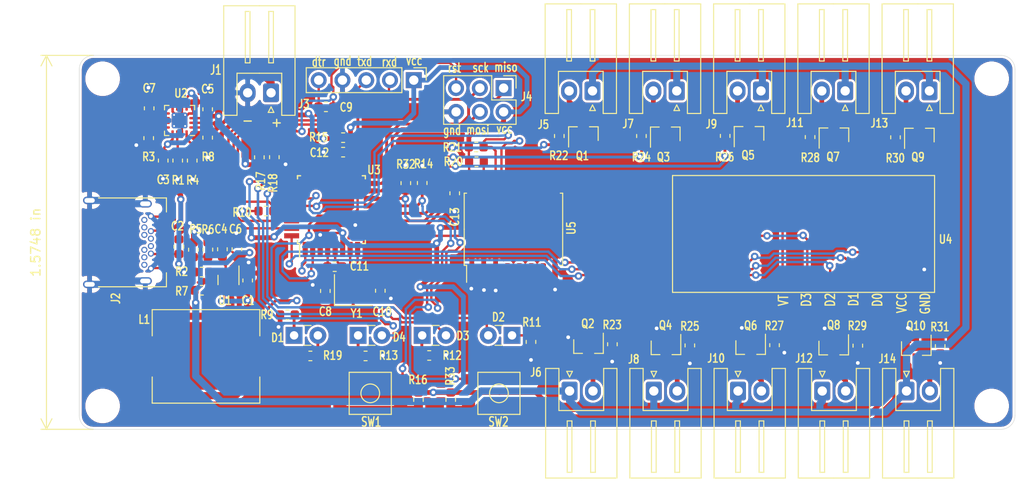
<source format=kicad_pcb>
(kicad_pcb (version 20171130) (host pcbnew "(5.1.4-0)")
  (layers (0 F.Cu signal) (31 B.Cu signal) (34 B.Paste user) (35 F.Paste user) (36 B.SilkS user) (37 F.SilkS user) (38 B.Mask user) (39 F.Mask user) (44 Edge.Cuts user))
  (net 0 "")
  (net 1 /Vbat_out)
  (net 2 GND)
  (net 3 VBUS)
  (net 4 "Net-(C4-Pad2)")
  (net 5 +6V)
  (net 6 /XTAL1)
  (net 7 /RESET)
  (net 8 "Net-(C9-Pad2)")
  (net 9 /XTAL2)
  (net 10 VCC)
  (net 11 /on_led)
  (net 12 "Net-(D1-Pad1)")
  (net 13 /speed1)
  (net 14 "Net-(D2-Pad1)")
  (net 15 "Net-(D3-Pad1)")
  (net 16 /speed2)
  (net 17 /speed3)
  (net 18 "Net-(D4-Pad1)")
  (net 19 /rxd)
  (net 20 /txd)
  (net 21 /MISO)
  (net 22 /SCK)
  (net 23 /MOSI)
  (net 24 "Net-(J5-Pad2)")
  (net 25 "Net-(J6-Pad2)")
  (net 26 "Net-(J7-Pad2)")
  (net 27 "Net-(J8-Pad2)")
  (net 28 "Net-(J9-Pad2)")
  (net 29 "Net-(J10-Pad2)")
  (net 30 "Net-(J11-Pad2)")
  (net 31 "Net-(J12-Pad2)")
  (net 32 "Net-(J13-Pad2)")
  (net 33 "Net-(J14-Pad2)")
  (net 34 "Net-(L1-Pad2)")
  (net 35 /magnet1_trig)
  (net 36 /magnet6_trig)
  (net 37 /magnet2_trig)
  (net 38 /magnet7_trig)
  (net 39 /magnet3_trig)
  (net 40 /magnet8_trig)
  (net 41 /magnet4_trig)
  (net 42 /magnet9_trig)
  (net 43 /magnet5_trig)
  (net 44 /magnet10_trig)
  (net 45 "Net-(R1-Pad1)")
  (net 46 "Net-(R2-Pad1)")
  (net 47 "Net-(R3-Pad1)")
  (net 48 "Net-(R4-Pad1)")
  (net 49 /PG)
  (net 50 "Net-(R8-Pad1)")
  (net 51 /bat_levels)
  (net 52 /sda)
  (net 53 /scl)
  (net 54 /rf_D2)
  (net 55 /rf_D0)
  (net 56 /rf_VT)
  (net 57 /rf_D1)
  (net 58 /bat+)
  (net 59 /speed_ctrl)
  (net 60 "Net-(R16-Pad2)")
  (net 61 /on-off_ctrl)
  (net 62 "Net-(R33-Pad2)")
  (net 63 /rf_D3)
  (module greencharge-footprints:RF-RX-433 (layer F.Cu) (at 158.6 95)
    (fp_text reference U4 (at 14.975 1.175) (layer F.SilkS) (effects (font (size 0.9 0.7))))
    (fp_text value 433MHz-RF)
    (fp_text user VT (at -2.35 7.7 90) (layer F.SilkS) (effects (font (size 1 0.75))))
    (fp_text user D3 (at 0.1 7.65 90) (layer F.SilkS) (effects (font (size 1 0.75))))
    (fp_text user D2 (at 2.65 7.65 90) (layer F.SilkS) (effects (font (size 1 0.75))))
    (fp_text user D1 (at 5.15 7.6 90) (layer F.SilkS) (effects (font (size 1 0.75))))
    (fp_text user D0 (at 7.7 7.65 90) (layer F.SilkS) (effects (font (size 1 0.75))))
    (fp_text user VCC (at 10.3 8 90) (layer F.SilkS) (effects (font (size 1 0.75))))
    (fp_text user GND (at 12.8 8.05 90) (layer F.SilkS) (effects (font (size 1 0.75))))
    (pad 7 smd rect (at -2.44 5.85) (size 1.6 1.6) (layers F.Cu F.Paste F.Mask) (net 56 /rf_VT))
    (pad 6 smd rect (at 0.1 5.85) (size 1.6 1.6) (layers F.Cu F.Paste F.Mask) (net 63 /rf_D3))
    (pad 5 smd rect (at 2.64 5.85) (size 1.6 1.6) (layers F.Cu F.Paste F.Mask) (net 54 /rf_D2))
    (pad 4 smd rect (at 5.18 5.85) (size 1.6 1.6) (layers F.Cu F.Paste F.Mask) (net 57 /rf_D1))
    (pad 3 smd rect (at 7.72 5.85) (size 1.6 1.6) (layers F.Cu F.Paste F.Mask) (net 55 /rf_D0))
    (pad 2 smd rect (at 10.26 5.85) (size 1.6 1.6) (layers F.Cu F.Paste F.Mask) (net 10 VCC))
    (pad 1 smd rect (at 12.8 5.85) (size 1.6 1.6) (layers F.Cu F.Paste F.Mask) (net 2 GND))
  )
  (module Capacitor_SMD:C_0603_1608Metric (layer F.Cu) (at 99 100.575 90)
    (fp_text reference C1 (at -2.15 0.05 180) (layer F.SilkS) (effects (font (size 0.9 0.7))))
    (fp_text value 10u)
    (pad 1 smd roundrect (at -0.7875 0 90) (size 0.875 0.95) (layers F.Cu F.Paste F.Mask) (net 1 /Vbat_out))
    (pad 2 smd roundrect (at 0.7875 0 90) (size 0.875 0.95) (layers F.Cu F.Paste F.Mask) (net 2 GND))
  )
  (module Capacitor_SMD:C_0603_1608Metric (layer F.Cu) (at 91.65 96.9625 90)
    (fp_text reference C2 (at 2.2 -0.15 180) (layer F.SilkS) (effects (font (size 0.9 0.7))))
    (fp_text value 10u)
    (pad 1 smd roundrect (at -0.7875 0 90) (size 0.875 0.95) (layers F.Cu F.Paste F.Mask) (net 3 VBUS))
    (pad 2 smd roundrect (at 0.7875 0 90) (size 0.875 0.95) (layers F.Cu F.Paste F.Mask) (net 2 GND))
  )
  (module Capacitor_SMD:C_0603_1608Metric (layer F.Cu) (at 89.975 87.75 270)
    (fp_text reference C3 (at 2.05 0 180) (layer F.SilkS) (effects (font (size 0.9 0.7))))
    (fp_text value 10u)
    (pad 2 smd roundrect (at 0.7875 0 270) (size 0.875 0.95) (layers F.Cu F.Paste F.Mask) (net 2 GND))
    (pad 1 smd roundrect (at -0.7875 0 270) (size 0.875 0.95) (layers F.Cu F.Paste F.Mask) (net 3 VBUS))
  )
  (module Capacitor_SMD:C_0603_1608Metric (layer F.Cu) (at 96.3 97.2375 270)
    (fp_text reference C4 (at -2.1625 0.15 180) (layer F.SilkS) (effects (font (size 0.9 0.7))))
    (fp_text value 100p)
    (pad 2 smd roundrect (at 0.7875 0 270) (size 0.875 0.95) (layers F.Cu F.Paste F.Mask) (net 4 "Net-(C4-Pad2)"))
    (pad 1 smd roundrect (at -0.7875 0 270) (size 0.875 0.95) (layers F.Cu F.Paste F.Mask) (net 5 +6V))
  )
  (module Capacitor_SMD:C_0603_1608Metric (layer F.Cu) (at 94.725 82.2625 90)
    (fp_text reference C5 (at 2.1625 0 180) (layer F.SilkS) (effects (font (size 0.9 0.7))))
    (fp_text value 10u)
    (pad 2 smd roundrect (at 0.7875 0 90) (size 0.875 0.95) (layers F.Cu F.Paste F.Mask) (net 2 GND))
    (pad 1 smd roundrect (at -0.7875 0 90) (size 0.875 0.95) (layers F.Cu F.Paste F.Mask) (net 58 /bat+))
  )
  (module Capacitor_SMD:C_0603_1608Metric (layer F.Cu) (at 97.85 97.2375 90)
    (fp_text reference C6 (at 2.1625 -0.15 180) (layer F.SilkS) (effects (font (size 0.9 0.7))))
    (fp_text value 22u)
    (pad 2 smd roundrect (at 0.7875 0 90) (size 0.875 0.95) (layers F.Cu F.Paste F.Mask) (net 2 GND))
    (pad 1 smd roundrect (at -0.7875 0 90) (size 0.875 0.95) (layers F.Cu F.Paste F.Mask) (net 5 +6V))
  )
  (module Capacitor_SMD:C_0603_1608Metric (layer F.Cu) (at 88.475 82.1625 90)
    (fp_text reference C7 (at 2.15 0 180) (layer F.SilkS) (effects (font (size 0.9 0.7))))
    (fp_text value 10u)
    (pad 1 smd roundrect (at -0.7875 0 90) (size 0.875 0.95) (layers F.Cu F.Paste F.Mask) (net 1 /Vbat_out))
    (pad 2 smd roundrect (at 0.7875 0 90) (size 0.875 0.95) (layers F.Cu F.Paste F.Mask) (net 2 GND))
  )
  (module Capacitor_SMD:C_0603_1608Metric (layer F.Cu) (at 107.3 101.7 90)
    (fp_text reference C8 (at -2.2 0 180) (layer F.SilkS) (effects (font (size 0.9 0.7))))
    (fp_text value 22p)
    (pad 1 smd roundrect (at -0.7875 0 90) (size 0.875 0.95) (layers F.Cu F.Paste F.Mask) (net 6 /XTAL1))
    (pad 2 smd roundrect (at 0.7875 0 90) (size 0.875 0.95) (layers F.Cu F.Paste F.Mask) (net 2 GND))
  )
  (module Capacitor_SMD:C_0603_1608Metric (layer F.Cu) (at 107.3625 82 180)
    (fp_text reference C9 (at -2.1625 -0.05) (layer F.SilkS) (effects (font (size 0.9 0.7))))
    (fp_text value 0.1u)
    (pad 1 smd roundrect (at -0.7875 0 180) (size 0.875 0.95) (layers F.Cu F.Paste F.Mask) (net 7 /RESET))
    (pad 2 smd roundrect (at 0.7875 0 180) (size 0.875 0.95) (layers F.Cu F.Paste F.Mask) (net 8 "Net-(C9-Pad2)"))
  )
  (module Capacitor_SMD:C_0603_1608Metric (layer F.Cu) (at 113.175 101.675 270)
    (fp_text reference C10 (at 2.2375 -0.2 180) (layer F.SilkS) (effects (font (size 0.9 0.7))))
    (fp_text value 22p)
    (pad 2 smd roundrect (at 0.7875 0 270) (size 0.875 0.95) (layers F.Cu F.Paste F.Mask) (net 2 GND))
    (pad 1 smd roundrect (at -0.7875 0 270) (size 0.875 0.95) (layers F.Cu F.Paste F.Mask) (net 9 /XTAL2))
  )
  (module Capacitor_SMD:C_0603_1608Metric (layer F.Cu) (at 108.3 99.1)
    (fp_text reference C11 (at 2.65 -0.05) (layer F.SilkS) (effects (font (size 0.9 0.7))))
    (fp_text value 0.1u)
    (pad 2 smd roundrect (at 0.7875 0) (size 0.875 0.95) (layers F.Cu F.Paste F.Mask) (net 2 GND))
    (pad 1 smd roundrect (at -0.7875 0) (size 0.875 0.95) (layers F.Cu F.Paste F.Mask) (net 10 VCC))
  )
  (module Capacitor_SMD:C_0603_1608Metric (layer F.Cu) (at 109.2 86.85 180)
    (fp_text reference C12 (at 2.5375 -0.05) (layer F.SilkS) (effects (font (size 0.9 0.7))))
    (fp_text value 0.1u)
    (pad 1 smd roundrect (at -0.7875 0 180) (size 0.875 0.95) (layers F.Cu F.Paste F.Mask) (net 10 VCC))
    (pad 2 smd roundrect (at 0.7875 0 180) (size 0.875 0.95) (layers F.Cu F.Paste F.Mask) (net 2 GND))
  )
  (module Capacitor_SMD:C_0603_1608Metric (layer F.Cu) (at 121.125 91.25 270)
    (fp_text reference C13 (at 2.525 0 90) (layer F.SilkS) (effects (font (size 0.9 0.7))))
    (fp_text value 0.1u)
    (pad 1 smd roundrect (at -0.7875 0 270) (size 0.875 0.95) (layers F.Cu F.Paste F.Mask) (net 10 VCC))
    (pad 2 smd roundrect (at 0.7875 0 270) (size 0.875 0.95) (layers F.Cu F.Paste F.Mask) (net 2 GND))
  )
  (module Connector_PinHeader_2.54mm:PinHeader_1x05_P2.54mm_Vertical (layer F.Cu) (at 116.75 79.15 270)
    (fp_text reference J3 (at 2.55 11.75 180) (layer F.SilkS) (effects (font (size 0.9 0.7))))
    (fp_text value Conn_01x05)
    (pad 1 thru_hole rect (at 0 0 270) (size 1.7 1.7) (drill 1) (layers *.Cu *.Mask) (net 10 VCC))
    (pad 2 thru_hole oval (at 0 2.54 270) (size 1.7 1.7) (drill 1) (layers *.Cu *.Mask) (net 19 /rxd))
    (pad 3 thru_hole oval (at 0 5.08 270) (size 1.7 1.7) (drill 1) (layers *.Cu *.Mask) (net 20 /txd))
    (pad 4 thru_hole oval (at 0 7.62 270) (size 1.7 1.7) (drill 1) (layers *.Cu *.Mask) (net 2 GND))
    (pad 5 thru_hole oval (at 0 10.16 270) (size 1.7 1.7) (drill 1) (layers *.Cu *.Mask) (net 8 "Net-(C9-Pad2)"))
  )
  (module Connector_PinHeader_2.54mm:PinHeader_2x03_P2.54mm_Vertical (layer F.Cu) (at 126.35 80 270)
    (fp_text reference J4 (at 0.925 -2.445 180) (layer F.SilkS) (effects (font (size 0.9 0.7))))
    (fp_text value Conn_02x03_Odd_Even)
    (pad 1 thru_hole rect (at 0 0 270) (size 1.7 1.7) (drill 1) (layers *.Cu *.Mask) (net 21 /MISO))
    (pad 2 thru_hole oval (at 2.54 0 270) (size 1.7 1.7) (drill 1) (layers *.Cu *.Mask) (net 10 VCC))
    (pad 3 thru_hole oval (at 0 2.54 270) (size 1.7 1.7) (drill 1) (layers *.Cu *.Mask) (net 22 /SCK))
    (pad 4 thru_hole oval (at 2.54 2.54 270) (size 1.7 1.7) (drill 1) (layers *.Cu *.Mask) (net 23 /MOSI))
    (pad 5 thru_hole oval (at 0 5.08 270) (size 1.7 1.7) (drill 1) (layers *.Cu *.Mask) (net 7 /RESET))
    (pad 6 thru_hole oval (at 2.54 5.08 270) (size 1.7 1.7) (drill 1) (layers *.Cu *.Mask) (net 2 GND))
  )
  (module greencharge-footprints:YSPI1050-xxx (layer F.Cu) (at 94.55 108.7)
    (fp_text reference L1 (at -6.6 -3.95) (layer F.SilkS) (effects (font (size 0.9 0.7))))
    (fp_text value 1.5u)
    (pad 2 smd rect (at -4.5 0 90) (size 4 4) (layers F.Cu F.Paste F.Mask) (net 34 "Net-(L1-Pad2)"))
    (pad 1 smd rect (at 4.5 0 90) (size 4 4) (layers F.Cu F.Paste F.Mask) (net 1 /Vbat_out))
  )
  (module Package_TO_SOT_SMD:SOT-23 (layer F.Cu) (at 134.875 84.9 90)
    (fp_text reference Q1 (at -2.35 -0.1 180) (layer F.SilkS) (effects (font (size 0.9 0.7))))
    (fp_text value MMBT3904)
    (pad 1 smd rect (at -1 -0.95 90) (size 0.9 0.8) (layers F.Cu F.Paste F.Mask) (net 35 /magnet1_trig))
    (pad 2 smd rect (at -1 0.95 90) (size 0.9 0.8) (layers F.Cu F.Paste F.Mask) (net 2 GND))
    (pad 3 smd rect (at 1 0 90) (size 0.9 0.8) (layers F.Cu F.Paste F.Mask) (net 24 "Net-(J5-Pad2)"))
  )
  (module Package_TO_SOT_SMD:SOT-23 (layer F.Cu) (at 135.424 107.616 270)
    (fp_text reference Q2 (at -2.416 0.074 180) (layer F.SilkS) (effects (font (size 0.9 0.7))))
    (fp_text value MMBT3904)
    (pad 3 smd rect (at 1 0 270) (size 0.9 0.8) (layers F.Cu F.Paste F.Mask) (net 25 "Net-(J6-Pad2)"))
    (pad 2 smd rect (at -1 0.95 270) (size 0.9 0.8) (layers F.Cu F.Paste F.Mask) (net 2 GND))
    (pad 1 smd rect (at -1 -0.95 270) (size 0.9 0.8) (layers F.Cu F.Paste F.Mask) (net 36 /magnet6_trig))
  )
  (module Package_TO_SOT_SMD:SOT-23 (layer F.Cu) (at 143.625 84.925 90)
    (fp_text reference Q3 (at -2.45 -0.2 180) (layer F.SilkS) (effects (font (size 0.9 0.7))))
    (fp_text value MMBT3904)
    (pad 1 smd rect (at -1 -0.95 90) (size 0.9 0.8) (layers F.Cu F.Paste F.Mask) (net 37 /magnet2_trig))
    (pad 2 smd rect (at -1 0.95 90) (size 0.9 0.8) (layers F.Cu F.Paste F.Mask) (net 2 GND))
    (pad 3 smd rect (at 1 0 90) (size 0.9 0.8) (layers F.Cu F.Paste F.Mask) (net 26 "Net-(J7-Pad2)"))
  )
  (module Package_TO_SOT_SMD:SOT-23 (layer F.Cu) (at 143.7 107.75 270)
    (fp_text reference Q4 (at -2.375 0.05 180) (layer F.SilkS) (effects (font (size 0.9 0.7))))
    (fp_text value MMBT3904)
    (pad 1 smd rect (at -1 -0.95 270) (size 0.9 0.8) (layers F.Cu F.Paste F.Mask) (net 38 /magnet7_trig))
    (pad 2 smd rect (at -1 0.95 270) (size 0.9 0.8) (layers F.Cu F.Paste F.Mask) (net 2 GND))
    (pad 3 smd rect (at 1 0 270) (size 0.9 0.8) (layers F.Cu F.Paste F.Mask) (net 27 "Net-(J8-Pad2)"))
  )
  (module Package_TO_SOT_SMD:SOT-23 (layer F.Cu) (at 152.575 84.875 90)
    (fp_text reference Q5 (at -2.3 -0.1 180) (layer F.SilkS) (effects (font (size 0.9 0.7))))
    (fp_text value MMBT3904)
    (pad 3 smd rect (at 1 0 90) (size 0.9 0.8) (layers F.Cu F.Paste F.Mask) (net 28 "Net-(J9-Pad2)"))
    (pad 2 smd rect (at -1 0.95 90) (size 0.9 0.8) (layers F.Cu F.Paste F.Mask) (net 2 GND))
    (pad 1 smd rect (at -1 -0.95 90) (size 0.9 0.8) (layers F.Cu F.Paste F.Mask) (net 39 /magnet3_trig))
  )
  (module Package_TO_SOT_SMD:SOT-23 (layer F.Cu) (at 152.75 107.725 270)
    (fp_text reference Q6 (at -2.325 0 180) (layer F.SilkS) (effects (font (size 0.9 0.7))))
    (fp_text value MMBT3904)
    (pad 3 smd rect (at 1 0 270) (size 0.9 0.8) (layers F.Cu F.Paste F.Mask) (net 29 "Net-(J10-Pad2)"))
    (pad 2 smd rect (at -1 0.95 270) (size 0.9 0.8) (layers F.Cu F.Paste F.Mask) (net 2 GND))
    (pad 1 smd rect (at -1 -0.95 270) (size 0.9 0.8) (layers F.Cu F.Paste F.Mask) (net 40 /magnet8_trig))
  )
  (module Package_TO_SOT_SMD:SOT-23 (layer F.Cu) (at 161.65 85.025 90)
    (fp_text reference Q7 (at -2.325 -0.1 180) (layer F.SilkS) (effects (font (size 0.9 0.7))))
    (fp_text value MMBT3904)
    (pad 3 smd rect (at 1 0 90) (size 0.9 0.8) (layers F.Cu F.Paste F.Mask) (net 30 "Net-(J11-Pad2)"))
    (pad 2 smd rect (at -1 0.95 90) (size 0.9 0.8) (layers F.Cu F.Paste F.Mask) (net 2 GND))
    (pad 1 smd rect (at -1 -0.95 90) (size 0.9 0.8) (layers F.Cu F.Paste F.Mask) (net 41 /magnet4_trig))
  )
  (module Package_TO_SOT_SMD:SOT-23 (layer F.Cu) (at 161.625 107.775 270)
    (fp_text reference Q8 (at -2.425 0 180) (layer F.SilkS) (effects (font (size 0.9 0.7))))
    (fp_text value MMBT3904)
    (pad 1 smd rect (at -1 -0.95 270) (size 0.9 0.8) (layers F.Cu F.Paste F.Mask) (net 42 /magnet9_trig))
    (pad 2 smd rect (at -1 0.95 270) (size 0.9 0.8) (layers F.Cu F.Paste F.Mask) (net 2 GND))
    (pad 3 smd rect (at 1 0 270) (size 0.9 0.8) (layers F.Cu F.Paste F.Mask) (net 31 "Net-(J12-Pad2)"))
  )
  (module Package_TO_SOT_SMD:SOT-23 (layer F.Cu) (at 170.775 85.055 90)
    (fp_text reference Q9 (at -2.32 -0.15 180) (layer F.SilkS) (effects (font (size 0.9 0.7))))
    (fp_text value MMBT3904)
    (pad 1 smd rect (at -1 -0.95 90) (size 0.9 0.8) (layers F.Cu F.Paste F.Mask) (net 43 /magnet5_trig))
    (pad 2 smd rect (at -1 0.95 90) (size 0.9 0.8) (layers F.Cu F.Paste F.Mask) (net 2 GND))
    (pad 3 smd rect (at 1 0 90) (size 0.9 0.8) (layers F.Cu F.Paste F.Mask) (net 32 "Net-(J13-Pad2)"))
  )
  (module Package_TO_SOT_SMD:SOT-23 (layer F.Cu) (at 170.45 107.825 270)
    (fp_text reference Q10 (at -2.4 0.025) (layer F.SilkS) (effects (font (size 0.9 0.7))))
    (fp_text value MMBT3904)
    (pad 3 smd rect (at 1 0 270) (size 0.9 0.8) (layers F.Cu F.Paste F.Mask) (net 33 "Net-(J14-Pad2)"))
    (pad 2 smd rect (at -1 0.95 270) (size 0.9 0.8) (layers F.Cu F.Paste F.Mask) (net 2 GND))
    (pad 1 smd rect (at -1 -0.95 270) (size 0.9 0.8) (layers F.Cu F.Paste F.Mask) (net 44 /magnet10_trig))
  )
  (module Resistor_SMD:R_0603_1608Metric (layer F.Cu) (at 91.525 87.75 270)
    (fp_text reference R1 (at 2.1 -0.05 180) (layer F.SilkS) (effects (font (size 0.9 0.7))))
    (fp_text value 50k)
    (pad 2 smd roundrect (at 0.7875 0 270) (size 0.875 0.95) (layers F.Cu F.Paste F.Mask) (net 2 GND))
    (pad 1 smd roundrect (at -0.7875 0 270) (size 0.875 0.95) (layers F.Cu F.Paste F.Mask) (net 45 "Net-(R1-Pad1)"))
  )
  (module Resistor_SMD:R_0603_1608Metric (layer F.Cu) (at 94.1 99.675 180)
    (fp_text reference R2 (at 2.15 0.05) (layer F.SilkS) (effects (font (size 0.9 0.7))))
    (fp_text value 6.65k)
    (pad 2 smd roundrect (at 0.7875 0 180) (size 0.875 0.95) (layers F.Cu F.Paste F.Mask) (net 2 GND))
    (pad 1 smd roundrect (at -0.7875 0 180) (size 0.875 0.95) (layers F.Cu F.Paste F.Mask) (net 46 "Net-(R2-Pad1)"))
  )
  (module Resistor_SMD:R_0603_1608Metric (layer F.Cu) (at 88.425 85.35 270)
    (fp_text reference R3 (at 2 0 180) (layer F.SilkS) (effects (font (size 0.9 0.7))))
    (fp_text value 1.07k)
    (pad 1 smd roundrect (at -0.7875 0 270) (size 0.875 0.95) (layers F.Cu F.Paste F.Mask) (net 47 "Net-(R3-Pad1)"))
    (pad 2 smd roundrect (at 0.7875 0 270) (size 0.875 0.95) (layers F.Cu F.Paste F.Mask) (net 2 GND))
  )
  (module Resistor_SMD:R_0603_1608Metric (layer F.Cu) (at 93.075 87.75 270)
    (fp_text reference R4 (at 2.1125 -0.05 180) (layer F.SilkS) (effects (font (size 0.9 0.7))))
    (fp_text value 750k)
    (pad 2 smd roundrect (at 0.7875 0 270) (size 0.875 0.95) (layers F.Cu F.Paste F.Mask) (net 2 GND))
    (pad 1 smd roundrect (at -0.7875 0 270) (size 0.875 0.95) (layers F.Cu F.Paste F.Mask) (net 48 "Net-(R4-Pad1)"))
  )
  (module Resistor_SMD:R_0603_1608Metric (layer F.Cu) (at 93.2 97.2875 270)
    (fp_text reference R5 (at -2.2 -0.25 180) (layer F.SilkS) (effects (font (size 0.9 0.7))))
    (fp_text value 715k)
    (pad 2 smd roundrect (at 0.7875 0 270) (size 0.875 0.95) (layers F.Cu F.Paste F.Mask) (net 4 "Net-(C4-Pad2)"))
    (pad 1 smd roundrect (at -0.7875 0 270) (size 0.875 0.95) (layers F.Cu F.Paste F.Mask) (net 5 +6V))
  )
  (module Resistor_SMD:R_0603_1608Metric (layer F.Cu) (at 94.75 97.275 90)
    (fp_text reference R6 (at 2.15 0 180) (layer F.SilkS) (effects (font (size 0.9 0.7))))
    (fp_text value 180k)
    (pad 1 smd roundrect (at -0.7875 0 90) (size 0.875 0.95) (layers F.Cu F.Paste F.Mask) (net 4 "Net-(C4-Pad2)"))
    (pad 2 smd roundrect (at 0.7875 0 90) (size 0.875 0.95) (layers F.Cu F.Paste F.Mask) (net 2 GND))
  )
  (module Resistor_SMD:R_0603_1608Metric (layer F.Cu) (at 94.1 101.625)
    (fp_text reference R7 (at -2.15 0.1) (layer F.SilkS) (effects (font (size 0.9 0.7))))
    (fp_text value 866k)
    (pad 2 smd roundrect (at 0.7875 0) (size 0.875 0.95) (layers F.Cu F.Paste F.Mask) (net 49 /PG))
    (pad 1 smd roundrect (at -0.7875 0) (size 0.875 0.95) (layers F.Cu F.Paste F.Mask) (net 5 +6V))
  )
  (module Resistor_SMD:R_0603_1608Metric (layer F.Cu) (at 94.725 85.3 270)
    (fp_text reference R8 (at 2.05 -0.05 180) (layer F.SilkS) (effects (font (size 0.9 0.7))))
    (fp_text value 50k)
    (pad 1 smd roundrect (at -0.7875 0 270) (size 0.875 0.95) (layers F.Cu F.Paste F.Mask) (net 50 "Net-(R8-Pad1)"))
    (pad 2 smd roundrect (at 0.7875 0 270) (size 0.875 0.95) (layers F.Cu F.Paste F.Mask) (net 2 GND))
  )
  (module Resistor_SMD:R_0603_1608Metric (layer F.Cu) (at 103.25 104.25 180)
    (fp_text reference R9 (at 2.2 0) (layer F.SilkS) (effects (font (size 0.9 0.7))))
    (fp_text value 1k)
    (pad 1 smd roundrect (at -0.7875 0 180) (size 0.875 0.95) (layers F.Cu F.Paste F.Mask) (net 12 "Net-(D1-Pad1)"))
    (pad 2 smd roundrect (at 0.7875 0 180) (size 0.875 0.95) (layers F.Cu F.Paste F.Mask) (net 2 GND))
  )
  (module Resistor_SMD:R_0603_1608Metric (layer F.Cu) (at 100.95 93.15 180)
    (fp_text reference R10 (at 2.55 -0.15) (layer F.SilkS) (effects (font (size 0.9 0.7))))
    (fp_text value 10k)
    (pad 1 smd roundrect (at -0.7875 0 180) (size 0.875 0.95) (layers F.Cu F.Paste F.Mask) (net 7 /RESET))
    (pad 2 smd roundrect (at 0.7875 0 180) (size 0.875 0.95) (layers F.Cu F.Paste F.Mask) (net 10 VCC))
  )
  (module Resistor_SMD:R_0603_1608Metric (layer F.Cu) (at 129.275 107.15 270)
    (fp_text reference R11 (at -2.1 -0.1 180) (layer F.SilkS) (effects (font (size 0.9 0.7))))
    (fp_text value 1k)
    (pad 1 smd roundrect (at -0.7875 0 270) (size 0.875 0.95) (layers F.Cu F.Paste F.Mask) (net 14 "Net-(D2-Pad1)"))
    (pad 2 smd roundrect (at 0.7875 0 270) (size 0.875 0.95) (layers F.Cu F.Paste F.Mask) (net 2 GND))
  )
  (module Resistor_SMD:R_0603_1608Metric (layer F.Cu) (at 118.4 108.6)
    (fp_text reference R12 (at 2.45 0) (layer F.SilkS) (effects (font (size 0.9 0.7))))
    (fp_text value 1k)
    (pad 1 smd roundrect (at -0.7875 0) (size 0.875 0.95) (layers F.Cu F.Paste F.Mask) (net 15 "Net-(D3-Pad1)"))
    (pad 2 smd roundrect (at 0.7875 0) (size 0.875 0.95) (layers F.Cu F.Paste F.Mask) (net 2 GND))
  )
  (module Resistor_SMD:R_0603_1608Metric (layer F.Cu) (at 111.6 108.65)
    (fp_text reference R13 (at 2.45 -0.05) (layer F.SilkS) (effects (font (size 0.9 0.7))))
    (fp_text value 1k)
    (pad 1 smd roundrect (at -0.7875 0) (size 0.875 0.95) (layers F.Cu F.Paste F.Mask) (net 18 "Net-(D4-Pad1)"))
    (pad 2 smd roundrect (at 0.7875 0) (size 0.875 0.95) (layers F.Cu F.Paste F.Mask) (net 2 GND))
  )
  (module Resistor_SMD:R_0603_1608Metric (layer F.Cu) (at 109.2 85.3 180)
    (fp_text reference R15 (at 2.6125 0.05) (layer F.SilkS) (effects (font (size 0.9 0.7))))
    (fp_text value 0R)
    (pad 1 smd roundrect (at -0.7875 0 180) (size 0.875 0.95) (layers F.Cu F.Paste F.Mask) (net 10 VCC))
    (pad 2 smd roundrect (at 0.7875 0 180) (size 0.875 0.95) (layers F.Cu F.Paste F.Mask) (net 5 +6V))
  )
  (module Resistor_SMD:R_0603_1608Metric (layer F.Cu) (at 100.25 87.4 90)
    (fp_text reference R17 (at -2.55 0.15 90) (layer F.SilkS) (effects (font (size 0.9 0.7))))
    (fp_text value 20k)
    (pad 2 smd roundrect (at 0.7875 0 90) (size 0.875 0.95) (layers F.Cu F.Paste F.Mask) (net 51 /bat_levels))
    (pad 1 smd roundrect (at -0.7875 0 90) (size 0.875 0.95) (layers F.Cu F.Paste F.Mask) (net 58 /bat+))
  )
  (module Resistor_SMD:R_0603_1608Metric (layer F.Cu) (at 101.85 87.3875 270)
    (fp_text reference R18 (at 2.7625 0.15 90) (layer F.SilkS) (effects (font (size 0.9 0.7))))
    (fp_text value 10k)
    (pad 1 smd roundrect (at -0.7875 0 270) (size 0.875 0.95) (layers F.Cu F.Paste F.Mask) (net 51 /bat_levels))
    (pad 2 smd roundrect (at 0.7875 0 270) (size 0.875 0.95) (layers F.Cu F.Paste F.Mask) (net 2 GND))
  )
  (module Resistor_SMD:R_0603_1608Metric (layer F.Cu) (at 105.7 108.65 180)
    (fp_text reference R19 (at -2.3875 0.05) (layer F.SilkS) (effects (font (size 0.9 0.7))))
    (fp_text value 0R)
    (pad 1 smd roundrect (at -0.7875 0 180) (size 0.875 0.95) (layers F.Cu F.Paste F.Mask) (net 11 /on_led))
    (pad 2 smd roundrect (at 0.7875 0 180) (size 0.875 0.95) (layers F.Cu F.Paste F.Mask) (net 22 /SCK))
  )
  (module Resistor_SMD:R_0603_1608Metric (layer F.Cu) (at 123.45 87.875)
    (fp_text reference R20 (at -2.475 0 180) (layer F.SilkS) (effects (font (size 0.9 0.7))))
    (fp_text value 10k)
    (pad 1 smd roundrect (at -0.7875 0) (size 0.875 0.95) (layers F.Cu F.Paste F.Mask) (net 10 VCC))
    (pad 2 smd roundrect (at 0.7875 0) (size 0.875 0.95) (layers F.Cu F.Paste F.Mask) (net 52 /sda))
  )
  (module Resistor_SMD:R_0603_1608Metric (layer F.Cu) (at 123.425 86.3)
    (fp_text reference R21 (at -2.55 0.05) (layer F.SilkS) (effects (font (size 0.9 0.7))))
    (fp_text value 10k)
    (pad 2 smd roundrect (at 0.7875 0) (size 0.875 0.95) (layers F.Cu F.Paste F.Mask) (net 53 /scl))
    (pad 1 smd roundrect (at -0.7875 0) (size 0.875 0.95) (layers F.Cu F.Paste F.Mask) (net 10 VCC))
  )
  (module Resistor_SMD:R_0603_1608Metric (layer F.Cu) (at 132.3 85.125 90)
    (fp_text reference R22 (at -2.1 -0.05 180) (layer F.SilkS) (effects (font (size 0.9 0.7))))
    (fp_text value 10k)
    (pad 1 smd roundrect (at -0.7875 0 90) (size 0.875 0.95) (layers F.Cu F.Paste F.Mask) (net 35 /magnet1_trig))
    (pad 2 smd roundrect (at 0.7875 0 90) (size 0.875 0.95) (layers F.Cu F.Paste F.Mask) (net 2 GND))
  )
  (module Resistor_SMD:R_0603_1608Metric (layer F.Cu) (at 137.975 107.4 270)
    (fp_text reference R23 (at -2.075 0.025 180) (layer F.SilkS) (effects (font (size 0.9 0.7))))
    (fp_text value 10k)
    (pad 2 smd roundrect (at 0.7875 0 270) (size 0.875 0.95) (layers F.Cu F.Paste F.Mask) (net 2 GND))
    (pad 1 smd roundrect (at -0.7875 0 270) (size 0.875 0.95) (layers F.Cu F.Paste F.Mask) (net 36 /magnet6_trig))
  )
  (module Resistor_SMD:R_0603_1608Metric (layer F.Cu) (at 141.075 85.125 90)
    (fp_text reference R24 (at -2.25 0 180) (layer F.SilkS) (effects (font (size 0.9 0.7))))
    (fp_text value 10k)
    (pad 1 smd roundrect (at -0.7875 0 90) (size 0.875 0.95) (layers F.Cu F.Paste F.Mask) (net 37 /magnet2_trig))
    (pad 2 smd roundrect (at 0.7875 0 90) (size 0.875 0.95) (layers F.Cu F.Paste F.Mask) (net 2 GND))
  )
  (module Resistor_SMD:R_0603_1608Metric (layer F.Cu) (at 146.25 107.525 270)
    (fp_text reference R25 (at -2.05 0 180) (layer F.SilkS) (effects (font (size 0.9 0.7))))
    (fp_text value 10k)
    (pad 2 smd roundrect (at 0.7875 0 270) (size 0.875 0.95) (layers F.Cu F.Paste F.Mask) (net 2 GND))
    (pad 1 smd roundrect (at -0.7875 0 270) (size 0.875 0.95) (layers F.Cu F.Paste F.Mask) (net 38 /magnet7_trig))
  )
  (module Resistor_SMD:R_0603_1608Metric (layer F.Cu) (at 150.025 85.1125 90)
    (fp_text reference R26 (at -2.2625 -0.05 180) (layer F.SilkS) (effects (font (size 0.9 0.7))))
    (fp_text value 10k)
    (pad 2 smd roundrect (at 0.7875 0 90) (size 0.875 0.95) (layers F.Cu F.Paste F.Mask) (net 2 GND))
    (pad 1 smd roundrect (at -0.7875 0 90) (size 0.875 0.95) (layers F.Cu F.Paste F.Mask) (net 39 /magnet3_trig))
  )
  (module Resistor_SMD:R_0603_1608Metric (layer F.Cu) (at 155.3 107.5 270)
    (fp_text reference R27 (at -2.075 0.025 180) (layer F.SilkS) (effects (font (size 0.9 0.7))))
    (fp_text value 10k)
    (pad 1 smd roundrect (at -0.7875 0 270) (size 0.875 0.95) (layers F.Cu F.Paste F.Mask) (net 40 /magnet8_trig))
    (pad 2 smd roundrect (at 0.7875 0 270) (size 0.875 0.95) (layers F.Cu F.Paste F.Mask) (net 2 GND))
  )
  (module Resistor_SMD:R_0603_1608Metric (layer F.Cu) (at 159.1 85.2375 90)
    (fp_text reference R28 (at -2.2025 0.02 180) (layer F.SilkS) (effects (font (size 0.9 0.7))))
    (fp_text value 10k)
    (pad 2 smd roundrect (at 0.7875 0 90) (size 0.875 0.95) (layers F.Cu F.Paste F.Mask) (net 2 GND))
    (pad 1 smd roundrect (at -0.7875 0 90) (size 0.875 0.95) (layers F.Cu F.Paste F.Mask) (net 41 /magnet4_trig))
  )
  (module Resistor_SMD:R_0603_1608Metric (layer F.Cu) (at 164.2 107.55 270)
    (fp_text reference R29 (at -2.125 0.05 180) (layer F.SilkS) (effects (font (size 0.9 0.7))))
    (fp_text value 10k)
    (pad 2 smd roundrect (at 0.7875 0 270) (size 0.875 0.95) (layers F.Cu F.Paste F.Mask) (net 2 GND))
    (pad 1 smd roundrect (at -0.7875 0 270) (size 0.875 0.95) (layers F.Cu F.Paste F.Mask) (net 42 /magnet9_trig))
  )
  (module Resistor_SMD:R_0603_1608Metric (layer F.Cu) (at 168.225 85.2625 90)
    (fp_text reference R30 (at -2.23 -0.02 180) (layer F.SilkS) (effects (font (size 0.9 0.7))))
    (fp_text value 10k)
    (pad 2 smd roundrect (at 0.7875 0 90) (size 0.875 0.95) (layers F.Cu F.Paste F.Mask) (net 2 GND))
    (pad 1 smd roundrect (at -0.7875 0 90) (size 0.875 0.95) (layers F.Cu F.Paste F.Mask) (net 43 /magnet5_trig))
  )
  (module Resistor_SMD:R_0603_1608Metric (layer F.Cu) (at 173 107.6 270)
    (fp_text reference R31 (at -2.05 0.025 180) (layer F.SilkS) (effects (font (size 0.9 0.7))))
    (fp_text value 10k)
    (pad 2 smd roundrect (at 0.7875 0 270) (size 0.875 0.95) (layers F.Cu F.Paste F.Mask) (net 2 GND))
    (pad 1 smd roundrect (at -0.7875 0 270) (size 0.875 0.95) (layers F.Cu F.Paste F.Mask) (net 44 /magnet10_trig))
  )
  (module Package_SON:WSON-8-1EP_2x2mm_P0.5mm_EP0.9x1.6mm (layer F.Cu) (at 96.95 100.525 270)
    (fp_text reference U1 (at 2.2 0.35 180) (layer F.SilkS) (effects (font (size 0.9 0.7))))
    (fp_text value TPS61252DSG)
    (pad 3 smd rect (at -0.95 0.25 270) (size 0.5 0.25) (layers F.Cu F.Paste F.Mask) (net 4 "Net-(C4-Pad2)"))
    (pad 7 smd rect (at 0.95 -0.25 270) (size 0.5 0.25) (layers F.Cu F.Paste F.Mask) (net 34 "Net-(L1-Pad2)"))
    (pad 8 smd rect (at 0.95 -0.75 270) (size 0.5 0.25) (layers F.Cu F.Paste F.Mask) (net 1 /Vbat_out))
    (pad 9 smd rect (at 0 0 270) (size 0.9 1.6) (layers F.Cu F.Mask) (net 2 GND))
    (pad 1 smd rect (at -0.95 -0.75 270) (size 0.5 0.25) (layers F.Cu F.Paste F.Mask) (net 2 GND))
    (pad 2 smd rect (at -0.95 -0.25 270) (size 0.5 0.25) (layers F.Cu F.Paste F.Mask) (net 5 +6V))
    (pad 4 smd rect (at -0.95 0.75 270) (size 0.5 0.25) (layers F.Cu F.Paste F.Mask) (net 46 "Net-(R2-Pad1)"))
    (pad 5 smd rect (at 0.95 0.75 270) (size 0.5 0.25) (layers F.Cu F.Paste F.Mask) (net 49 /PG))
    (pad 6 smd rect (at 0.95 0.25 270) (size 0.5 0.25) (layers F.Cu F.Paste F.Mask) (net 1 /Vbat_out))
  )
  (module Package_DFN_QFN:VQFN-16-1EP_3x3mm_P0.5mm_EP1.68x1.68mm_ThermalVias (layer F.Cu) (at 91.725 83.4625 180)
    (fp_text reference U2 (at -0.15 2.9125) (layer F.SilkS) (effects (font (size 0.9 0.7))))
    (fp_text value BQ24075RGT)
    (pad 17 smd roundrect (at 0 0 180) (size 1.68 1.68) (layers F.Cu F.Mask) (roundrect_rratio 0.14881) (net 2 GND))
    (pad 17 thru_hole circle (at -0.59 -0.59 180) (size 0.5 0.5) (drill 0.2) (layers *.Cu) (net 2 GND))
    (pad 17 thru_hole circle (at 0.59 -0.59 180) (size 0.5 0.5) (drill 0.2) (layers *.Cu) (net 2 GND))
    (pad 17 thru_hole circle (at -0.59 0.59 180) (size 0.5 0.5) (drill 0.2) (layers *.Cu) (net 2 GND))
    (pad 17 thru_hole circle (at 0.59 0.59 180) (size 0.5 0.5) (drill 0.2) (layers *.Cu) (net 2 GND))
    (pad 17 smd roundrect (at 0 0 180) (size 1.68 1.68) (layers B.Cu) (roundrect_rratio 0.14881) (net 2 GND))
    (pad 1 smd roundrect (at -1.4625 -0.75 180) (size 0.825 0.25) (layers F.Cu F.Paste F.Mask) (net 50 "Net-(R8-Pad1)"))
    (pad 2 smd roundrect (at -1.4625 -0.25 180) (size 0.825 0.25) (layers F.Cu F.Paste F.Mask) (net 58 /bat+))
    (pad 3 smd roundrect (at -1.4625 0.25 180) (size 0.825 0.25) (layers F.Cu F.Paste F.Mask) (net 58 /bat+))
    (pad 4 smd roundrect (at -1.4625 0.75 180) (size 0.825 0.25) (layers F.Cu F.Paste F.Mask) (net 2 GND))
    (pad 5 smd roundrect (at -0.75 1.4625 180) (size 0.25 0.825) (layers F.Cu F.Paste F.Mask) (net 3 VBUS))
    (pad 6 smd roundrect (at -0.25 1.4625 180) (size 0.25 0.825) (layers F.Cu F.Paste F.Mask) (net 2 GND))
    (pad 7 smd roundrect (at 0.25 1.4625 180) (size 0.25 0.825) (layers F.Cu F.Paste F.Mask))
    (pad 8 smd roundrect (at 0.75 1.4625 180) (size 0.25 0.825) (layers F.Cu F.Paste F.Mask) (net 2 GND))
    (pad 9 smd roundrect (at 1.4625 0.75 180) (size 0.825 0.25) (layers F.Cu F.Paste F.Mask))
    (pad 10 smd roundrect (at 1.4625 0.25 180) (size 0.825 0.25) (layers F.Cu F.Paste F.Mask) (net 1 /Vbat_out))
    (pad 11 smd roundrect (at 1.4625 -0.25 180) (size 0.825 0.25) (layers F.Cu F.Paste F.Mask) (net 1 /Vbat_out))
    (pad 12 smd roundrect (at 1.4625 -0.75 180) (size 0.825 0.25) (layers F.Cu F.Paste F.Mask) (net 47 "Net-(R3-Pad1)"))
    (pad 13 smd roundrect (at 0.75 -1.4625 180) (size 0.25 0.825) (layers F.Cu F.Paste F.Mask) (net 3 VBUS))
    (pad 14 smd roundrect (at 0.25 -1.4625 180) (size 0.25 0.825) (layers F.Cu F.Paste F.Mask) (net 45 "Net-(R1-Pad1)"))
    (pad 15 smd roundrect (at -0.25 -1.4625 180) (size 0.25 0.825) (layers F.Cu F.Paste F.Mask) (net 2 GND))
    (pad 16 smd roundrect (at -0.75 -1.4625 180) (size 0.25 0.825) (layers F.Cu F.Paste F.Mask) (net 48 "Net-(R4-Pad1)"))
  )
  (module Package_QFP:TQFP-32_7x7mm_P0.8mm (layer F.Cu) (at 107.95 93 90)
    (fp_text reference U3 (at 4.25 4.55 180) (layer F.SilkS) (effects (font (size 0.9 0.7))))
    (fp_text value ATmega328P-A)
    (pad 1 smd rect (at -4.25 -2.8 90) (size 1.6 0.55) (layers F.Cu F.Paste F.Mask) (net 54 /rf_D2))
    (pad 2 smd rect (at -4.25 -2 90) (size 1.6 0.55) (layers F.Cu F.Paste F.Mask) (net 55 /rf_D0))
    (pad 3 smd rect (at -4.25 -1.2 90) (size 1.6 0.55) (layers F.Cu F.Paste F.Mask) (net 2 GND))
    (pad 4 smd rect (at -4.25 -0.4 90) (size 1.6 0.55) (layers F.Cu F.Paste F.Mask) (net 10 VCC))
    (pad 5 smd rect (at -4.25 0.4 90) (size 1.6 0.55) (layers F.Cu F.Paste F.Mask) (net 2 GND))
    (pad 6 smd rect (at -4.25 1.2 90) (size 1.6 0.55) (layers F.Cu F.Paste F.Mask) (net 10 VCC))
    (pad 7 smd rect (at -4.25 2 90) (size 1.6 0.55) (layers F.Cu F.Paste F.Mask) (net 6 /XTAL1))
    (pad 8 smd rect (at -4.25 2.8 90) (size 1.6 0.55) (layers F.Cu F.Paste F.Mask) (net 9 /XTAL2))
    (pad 9 smd rect (at -2.8 4.25 180) (size 1.6 0.55) (layers F.Cu F.Paste F.Mask) (net 63 /rf_D3))
    (pad 10 smd rect (at -2 4.25 180) (size 1.6 0.55) (layers F.Cu F.Paste F.Mask) (net 39 /magnet3_trig))
    (pad 11 smd rect (at -1.2 4.25 180) (size 1.6 0.55) (layers F.Cu F.Paste F.Mask) (net 37 /magnet2_trig))
    (pad 12 smd rect (at -0.4 4.25 180) (size 1.6 0.55) (layers F.Cu F.Paste F.Mask) (net 35 /magnet1_trig))
    (pad 13 smd rect (at 0.4 4.25 180) (size 1.6 0.55) (layers F.Cu F.Paste F.Mask) (net 59 /speed_ctrl))
    (pad 14 smd rect (at 1.2 4.25 180) (size 1.6 0.55) (layers F.Cu F.Paste F.Mask) (net 61 /on-off_ctrl))
    (pad 15 smd rect (at 2 4.25 180) (size 1.6 0.55) (layers F.Cu F.Paste F.Mask) (net 23 /MOSI))
    (pad 16 smd rect (at 2.8 4.25 180) (size 1.6 0.55) (layers F.Cu F.Paste F.Mask) (net 21 /MISO))
    (pad 17 smd rect (at 4.25 2.8 90) (size 1.6 0.55) (layers F.Cu F.Paste F.Mask) (net 22 /SCK))
    (pad 18 smd rect (at 4.25 2 90) (size 1.6 0.55) (layers F.Cu F.Paste F.Mask) (net 10 VCC))
    (pad 19 smd rect (at 4.25 1.2 90) (size 1.6 0.55) (layers F.Cu F.Paste F.Mask))
    (pad 20 smd rect (at 4.25 0.4 90) (size 1.6 0.55) (layers F.Cu F.Paste F.Mask))
    (pad 21 smd rect (at 4.25 -0.4 90) (size 1.6 0.55) (layers F.Cu F.Paste F.Mask) (net 2 GND))
    (pad 22 smd rect (at 4.25 -1.2 90) (size 1.6 0.55) (layers F.Cu F.Paste F.Mask))
    (pad 23 smd rect (at 4.25 -2 90) (size 1.6 0.55) (layers F.Cu F.Paste F.Mask) (net 51 /bat_levels))
    (pad 24 smd rect (at 4.25 -2.8 90) (size 1.6 0.55) (layers F.Cu F.Paste F.Mask) (net 13 /speed1))
    (pad 25 smd rect (at 2.8 -4.25 180) (size 1.6 0.55) (layers F.Cu F.Paste F.Mask) (net 16 /speed2))
    (pad 26 smd rect (at 2 -4.25 180) (size 1.6 0.55) (layers F.Cu F.Paste F.Mask) (net 17 /speed3))
    (pad 27 smd rect (at 1.2 -4.25 180) (size 1.6 0.55) (layers F.Cu F.Paste F.Mask) (net 52 /sda))
    (pad 28 smd rect (at 0.4 -4.25 180) (size 1.6 0.55) (layers F.Cu F.Paste F.Mask) (net 53 /scl))
    (pad 29 smd rect (at -0.4 -4.25 180) (size 1.6 0.55) (layers F.Cu F.Paste F.Mask) (net 7 /RESET))
    (pad 30 smd rect (at -1.2 -4.25 180) (size 1.6 0.55) (layers F.Cu F.Paste F.Mask) (net 19 /rxd))
    (pad 31 smd rect (at -2 -4.25 180) (size 1.6 0.55) (layers F.Cu F.Paste F.Mask) (net 20 /txd))
    (pad 32 smd rect (at -2.8 -4.25 180) (size 1.6 0.55) (layers F.Cu F.Paste F.Mask) (net 57 /rf_D1))
  )
  (module Package_SO:SOIC-16W_7.5x10.3mm_P1.27mm (layer F.Cu) (at 127.4 95.1 90)
    (fp_text reference U5 (at 0.125 6.175 90) (layer F.SilkS) (effects (font (size 0.9 0.7))))
    (fp_text value PCF8574A)
    (pad 1 smd roundrect (at -4.65 -4.445 90) (size 2.05 0.6) (layers F.Cu F.Paste F.Mask) (net 2 GND))
    (pad 2 smd roundrect (at -4.65 -3.175 90) (size 2.05 0.6) (layers F.Cu F.Paste F.Mask) (net 2 GND))
    (pad 3 smd roundrect (at -4.65 -1.905 90) (size 2.05 0.6) (layers F.Cu F.Paste F.Mask) (net 2 GND))
    (pad 4 smd roundrect (at -4.65 -0.635 90) (size 2.05 0.6) (layers F.Cu F.Paste F.Mask) (net 36 /magnet6_trig))
    (pad 5 smd roundrect (at -4.65 0.635 90) (size 2.05 0.6) (layers F.Cu F.Paste F.Mask) (net 38 /magnet7_trig))
    (pad 6 smd roundrect (at -4.65 1.905 90) (size 2.05 0.6) (layers F.Cu F.Paste F.Mask) (net 40 /magnet8_trig))
    (pad 7 smd roundrect (at -4.65 3.175 90) (size 2.05 0.6) (layers F.Cu F.Paste F.Mask) (net 42 /magnet9_trig))
    (pad 8 smd roundrect (at -4.65 4.445 90) (size 2.05 0.6) (layers F.Cu F.Paste F.Mask) (net 2 GND))
    (pad 9 smd roundrect (at 4.65 4.445 90) (size 2.05 0.6) (layers F.Cu F.Paste F.Mask) (net 41 /magnet4_trig))
    (pad 10 smd roundrect (at 4.65 3.175 90) (size 2.05 0.6) (layers F.Cu F.Paste F.Mask) (net 43 /magnet5_trig))
    (pad 11 smd roundrect (at 4.65 1.905 90) (size 2.05 0.6) (layers F.Cu F.Paste F.Mask) (net 44 /magnet10_trig))
    (pad 12 smd roundrect (at 4.65 0.635 90) (size 2.05 0.6) (layers F.Cu F.Paste F.Mask) (net 56 /rf_VT))
    (pad 13 smd roundrect (at 4.65 -0.635 90) (size 2.05 0.6) (layers F.Cu F.Paste F.Mask))
    (pad 14 smd roundrect (at 4.65 -1.905 90) (size 2.05 0.6) (layers F.Cu F.Paste F.Mask) (net 53 /scl))
    (pad 15 smd roundrect (at 4.65 -3.175 90) (size 2.05 0.6) (layers F.Cu F.Paste F.Mask) (net 52 /sda))
    (pad 16 smd roundrect (at 4.65 -4.445 90) (size 2.05 0.6) (layers F.Cu F.Paste F.Mask) (net 10 VCC))
  )
  (module Crystal:Crystal_SMD_Abracon_ABM8G-4Pin_3.2x2.5mm (layer F.Cu) (at 110.275 101.6)
    (fp_text reference Y1 (at 0.375 2.5) (layer F.SilkS) (effects (font (size 0.9 0.7))))
    (fp_text value 16MHz)
    (pad 1 smd rect (at -1.1 0.85) (size 1.4 1.2) (layers F.Cu F.Paste F.Mask) (net 6 /XTAL1))
    (pad 2 smd rect (at 1.1 0.85) (size 1.4 1.2) (layers F.Cu F.Paste F.Mask))
    (pad 3 smd rect (at 1.1 -0.85) (size 1.4 1.2) (layers F.Cu F.Paste F.Mask) (net 9 /XTAL2))
    (pad 4 smd rect (at -1.1 -0.85) (size 1.4 1.2) (layers F.Cu F.Paste F.Mask))
  )
  (module MountingHole:MountingHole_3.2mm_M3 (layer F.Cu) (at 178.5 79)
    (fp_text reference H1 hide)
    (fp_text value MountingHole)
    (pad 1 np_thru_hole circle (at 0 0) (size 3.2 3.2) (drill 3.2) (layers *.Cu *.Mask))
  )
  (module MountingHole:MountingHole_3.2mm_M3 (layer F.Cu) (at 178.5 114)
    (fp_text reference H2 hide)
    (fp_text value MountingHole)
    (pad 1 np_thru_hole circle (at 0 0) (size 3.2 3.2) (drill 3.2) (layers *.Cu *.Mask))
  )
  (module MountingHole:MountingHole_3.2mm_M3 (layer F.Cu) (at 83.5 114)
    (fp_text reference H3 hide)
    (fp_text value MountingHole)
    (pad 1 np_thru_hole circle (at 0 0) (size 3.2 3.2) (drill 3.2) (layers *.Cu *.Mask))
  )
  (module MountingHole:MountingHole_3.2mm_M3 (layer F.Cu) (at 83.5 79)
    (fp_text reference H4 hide)
    (fp_text value MountingHole)
    (pad 1 np_thru_hole circle (at 0 0) (size 3.2 3.2) (drill 3.2) (layers *.Cu *.Mask))
  )
  (module LED_THT:LED_Rectangular_W3.0mm_H2.0mm (layer F.Cu) (at 110.8 106.45)
    (fp_text reference D4 (at 4.4 0.2) (layer F.SilkS) (effects (font (size 0.9 0.7))))
    (fp_text value LED_Small)
    (pad 1 thru_hole rect (at 0 0) (size 1.8 1.8) (drill 0.9) (layers *.Cu *.Mask) (net 18 "Net-(D4-Pad1)"))
    (pad 2 thru_hole circle (at 2.54 0) (size 1.8 1.8) (drill 0.9) (layers *.Cu *.Mask) (net 17 /speed3))
  )
  (module Connector_USB:USB_C_Receptacle_Amphenol_12401548E4-2A (layer F.Cu) (at 84.95 96.5 270)
    (fp_text reference J2 (at 6 0.05 90) (layer F.SilkS) (effects (font (size 0.9 0.7))))
    (fp_text value USB_C_Receptacle_USB2.0)
    (pad S1 thru_hole oval (at -4.13 -3.11 270) (size 0.8 1.4) (drill oval 0.5 1.1) (layers *.Cu *.Mask) (net 2 GND))
    (pad A1 smd rect (at -2.75 -5.02 270) (size 0.3 0.7) (layers F.Cu F.Paste F.Mask) (net 2 GND))
    (pad A2 smd rect (at -2.25 -5.02 270) (size 0.3 0.7) (layers F.Cu F.Paste F.Mask))
    (pad A3 smd rect (at -1.75 -5.02 270) (size 0.3 0.7) (layers F.Cu F.Paste F.Mask))
    (pad A4 smd rect (at -1.25 -5.02 270) (size 0.3 0.7) (layers F.Cu F.Paste F.Mask) (net 3 VBUS))
    (pad A5 smd rect (at -0.75 -5.02 270) (size 0.3 0.7) (layers F.Cu F.Paste F.Mask))
    (pad A6 smd rect (at -0.25 -5.02 270) (size 0.3 0.7) (layers F.Cu F.Paste F.Mask))
    (pad A7 smd rect (at 0.25 -5.02 270) (size 0.3 0.7) (layers F.Cu F.Paste F.Mask))
    (pad A12 smd rect (at 2.75 -5.02 270) (size 0.3 0.7) (layers F.Cu F.Paste F.Mask) (net 2 GND))
    (pad A10 smd rect (at 1.75 -5.02 270) (size 0.3 0.7) (layers F.Cu F.Paste F.Mask))
    (pad A9 smd rect (at 1.25 -5.02 270) (size 0.3 0.7) (layers F.Cu F.Paste F.Mask) (net 3 VBUS))
    (pad A8 smd rect (at 0.75 -5.02 270) (size 0.3 0.7) (layers F.Cu F.Paste F.Mask))
    (pad A11 smd rect (at 2.25 -5.02 270) (size 0.3 0.7) (layers F.Cu F.Paste F.Mask))
    (pad S1 thru_hole oval (at 4.13 -3.11 270) (size 0.8 1.4) (drill oval 0.5 1.1) (layers *.Cu *.Mask) (net 2 GND))
    (pad S1 thru_hole oval (at 4.49 2.84 270) (size 0.8 1.4) (drill oval 0.5 1.1) (layers *.Cu *.Mask) (net 2 GND))
    (pad S1 thru_hole oval (at -4.49 2.84 270) (size 0.8 1.4) (drill oval 0.5 1.1) (layers *.Cu *.Mask) (net 2 GND))
    (pad "" np_thru_hole oval (at 3.6 -4.36 270) (size 0.95 0.65) (drill oval 0.95 0.65) (layers *.Cu *.Mask))
    (pad "" np_thru_hole circle (at -3.6 -4.36 270) (size 0.65 0.65) (drill 0.65) (layers *.Cu *.Mask))
    (pad B1 thru_hole circle (at 2.8 -3.71 270) (size 0.65 0.65) (drill 0.4) (layers *.Cu *.Mask) (net 2 GND))
    (pad B4 thru_hole circle (at 1.2 -3.71 270) (size 0.65 0.65) (drill 0.4) (layers *.Cu *.Mask) (net 3 VBUS))
    (pad B6 thru_hole circle (at 0.4 -3.71 270) (size 0.65 0.65) (drill 0.4) (layers *.Cu *.Mask))
    (pad B7 thru_hole circle (at -0.4 -3.71 270) (size 0.65 0.65) (drill 0.4) (layers *.Cu *.Mask))
    (pad B9 thru_hole circle (at -1.2 -3.71 270) (size 0.65 0.65) (drill 0.4) (layers *.Cu *.Mask) (net 3 VBUS))
    (pad B12 thru_hole circle (at -2.8 -3.71 270) (size 0.65 0.65) (drill 0.4) (layers *.Cu *.Mask) (net 2 GND))
    (pad B2 thru_hole circle (at 2.4 -3.01 270) (size 0.65 0.65) (drill 0.4) (layers *.Cu *.Mask))
    (pad B3 thru_hole circle (at 1.6 -3.01 270) (size 0.65 0.65) (drill 0.4) (layers *.Cu *.Mask))
    (pad B5 thru_hole circle (at 0.8 -3.01 270) (size 0.65 0.65) (drill 0.4) (layers *.Cu *.Mask))
    (pad B8 thru_hole circle (at -0.8 -3.01 270) (size 0.65 0.65) (drill 0.4) (layers *.Cu *.Mask))
    (pad B10 thru_hole circle (at -1.6 -3.01 270) (size 0.65 0.65) (drill 0.4) (layers *.Cu *.Mask))
    (pad B11 thru_hole circle (at -2.4 -3.01 270) (size 0.65 0.65) (drill 0.4) (layers *.Cu *.Mask))
  )
  (module LED_THT:LED_Rectangular_W3.0mm_H2.0mm (layer F.Cu) (at 103.96 106.45)
    (fp_text reference D1 (at -1.76 0.25) (layer F.SilkS) (effects (font (size 0.9 0.7))))
    (fp_text value Green)
    (pad 2 thru_hole circle (at 2.54 0) (size 1.8 1.8) (drill 0.9) (layers *.Cu *.Mask) (net 11 /on_led))
    (pad 1 thru_hole rect (at 0 0) (size 1.8 1.8) (drill 0.9) (layers *.Cu *.Mask) (net 12 "Net-(D1-Pad1)"))
  )
  (module LED_THT:LED_Rectangular_W3.0mm_H2.0mm (layer F.Cu) (at 127.25 106.45 180)
    (fp_text reference D2 (at 1.45 1.95) (layer F.SilkS) (effects (font (size 0.9 0.7))))
    (fp_text value LED_Small)
    (pad 1 thru_hole rect (at 0 0 180) (size 1.8 1.8) (drill 0.9) (layers *.Cu *.Mask) (net 14 "Net-(D2-Pad1)"))
    (pad 2 thru_hole circle (at 2.54 0 180) (size 1.8 1.8) (drill 0.9) (layers *.Cu *.Mask) (net 13 /speed1))
  )
  (module LED_THT:LED_Rectangular_W3.0mm_H2.0mm (layer F.Cu) (at 117.65 106.45)
    (fp_text reference D3 (at 4.35 0.05) (layer F.SilkS) (effects (font (size 0.9 0.7))))
    (fp_text value LED_Small)
    (pad 1 thru_hole rect (at 0 0) (size 1.8 1.8) (drill 0.9) (layers *.Cu *.Mask) (net 15 "Net-(D3-Pad1)"))
    (pad 2 thru_hole circle (at 2.54 0) (size 1.8 1.8) (drill 0.9) (layers *.Cu *.Mask) (net 16 /speed2))
  )
  (module Resistor_SMD:R_0603_1608Metric (layer F.Cu) (at 117.65 90.15 90)
    (fp_text reference R14 (at 2.05 0.15 180) (layer F.SilkS) (effects (font (size 0.9 0.7))))
    (fp_text value 10k)
    (pad 1 smd roundrect (at -0.7875 0 90) (size 0.875 0.95) (layers F.Cu F.Paste F.Mask) (net 59 /speed_ctrl))
    (pad 2 smd roundrect (at 0.7875 0 90) (size 0.875 0.95) (layers F.Cu F.Paste F.Mask) (net 2 GND))
  )
  (module Resistor_SMD:R_0603_1608Metric (layer F.Cu) (at 117.25 113.35 270)
    (fp_text reference R16 (at -2.15 0.05 180) (layer F.SilkS) (effects (font (size 0.9 0.7))))
    (fp_text value 1k)
    (pad 2 smd roundrect (at 0.7875 0 270) (size 0.875 0.95) (layers F.Cu F.Paste F.Mask) (net 60 "Net-(R16-Pad2)"))
    (pad 1 smd roundrect (at -0.7875 0 270) (size 0.875 0.95) (layers F.Cu F.Paste F.Mask) (net 10 VCC))
  )
  (module Resistor_SMD:R_0603_1608Metric (layer F.Cu) (at 115.9 90.1625 90)
    (fp_text reference R32 (at 2.0125 0 180) (layer F.SilkS) (effects (font (size 0.9 0.7))))
    (fp_text value 10k)
    (pad 1 smd roundrect (at -0.7875 0 90) (size 0.875 0.95) (layers F.Cu F.Paste F.Mask) (net 61 /on-off_ctrl))
    (pad 2 smd roundrect (at 0.7875 0 90) (size 0.875 0.95) (layers F.Cu F.Paste F.Mask) (net 2 GND))
  )
  (module Resistor_SMD:R_0603_1608Metric (layer F.Cu) (at 120.7 113.35 270)
    (fp_text reference R33 (at -2.55 0.05 90) (layer F.SilkS) (effects (font (size 0.9 0.7))))
    (fp_text value 1k)
    (pad 2 smd roundrect (at 0.7875 0 270) (size 0.875 0.95) (layers F.Cu F.Paste F.Mask) (net 62 "Net-(R33-Pad2)"))
    (pad 1 smd roundrect (at -0.7875 0 270) (size 0.875 0.95) (layers F.Cu F.Paste F.Mask) (net 10 VCC))
  )
  (module Connector_JST:JST_XH_S2B-XH-A_1x02_P2.50mm_Horizontal (layer F.Cu) (at 135.85 80.3 180)
    (fp_text reference J5 (at 5.25 -3.6) (layer F.SilkS) (effects (font (size 0.9 0.7))))
    (fp_text value Conn_01x02)
    (pad 2 thru_hole oval (at 2.5 0 180) (size 1.7 2) (drill 1) (layers *.Cu *.Mask) (net 24 "Net-(J5-Pad2)"))
    (pad 1 thru_hole roundrect (at 0 0 180) (size 1.7 2) (drill 1) (layers *.Cu *.Mask) (roundrect_rratio 0.147059) (net 5 +6V))
  )
  (module Connector_JST:JST_XH_S2B-XH-A_1x02_P2.50mm_Horizontal (layer F.Cu) (at 133.4 112.4)
    (fp_text reference J6 (at -3.6 -2) (layer F.SilkS) (effects (font (size 0.9 0.7))))
    (fp_text value Conn_01x02)
    (pad 1 thru_hole roundrect (at 0 0) (size 1.7 2) (drill 1) (layers *.Cu *.Mask) (roundrect_rratio 0.147059) (net 5 +6V))
    (pad 2 thru_hole oval (at 2.5 0) (size 1.7 2) (drill 1) (layers *.Cu *.Mask) (net 25 "Net-(J6-Pad2)"))
  )
  (module Connector_JST:JST_XH_S2B-XH-A_1x02_P2.50mm_Horizontal (layer F.Cu) (at 144.85 80.3 180)
    (fp_text reference J7 (at 5.2 -3.525) (layer F.SilkS) (effects (font (size 0.9 0.7))))
    (fp_text value Conn_01x02)
    (pad 2 thru_hole oval (at 2.5 0 180) (size 1.7 2) (drill 1) (layers *.Cu *.Mask) (net 26 "Net-(J7-Pad2)"))
    (pad 1 thru_hole roundrect (at 0 0 180) (size 1.7 2) (drill 1) (layers *.Cu *.Mask) (roundrect_rratio 0.147059) (net 5 +6V))
  )
  (module Connector_JST:JST_XH_S2B-XH-A_1x02_P2.50mm_Horizontal (layer F.Cu) (at 142.4 112.4)
    (fp_text reference J8 (at -2.15 -3.4) (layer F.SilkS) (effects (font (size 0.9 0.7))))
    (fp_text value Conn_01x02)
    (pad 2 thru_hole oval (at 2.5 0) (size 1.7 2) (drill 1) (layers *.Cu *.Mask) (net 27 "Net-(J8-Pad2)"))
    (pad 1 thru_hole roundrect (at 0 0) (size 1.7 2) (drill 1) (layers *.Cu *.Mask) (roundrect_rratio 0.147059) (net 5 +6V))
  )
  (module Connector_JST:JST_XH_S2B-XH-A_1x02_P2.50mm_Horizontal (layer F.Cu) (at 153.85 80.3 180)
    (fp_text reference J9 (at 5.3 -3.55) (layer F.SilkS) (effects (font (size 0.9 0.7))))
    (fp_text value Conn_01x02)
    (pad 1 thru_hole roundrect (at 0 0 180) (size 1.7 2) (drill 1) (layers *.Cu *.Mask) (roundrect_rratio 0.147059) (net 5 +6V))
    (pad 2 thru_hole oval (at 2.5 0 180) (size 1.7 2) (drill 1) (layers *.Cu *.Mask) (net 28 "Net-(J9-Pad2)"))
  )
  (module Connector_JST:JST_XH_S2B-XH-A_1x02_P2.50mm_Horizontal (layer F.Cu) (at 151.4 112.4)
    (fp_text reference J10 (at -2.35 -3.5) (layer F.SilkS) (effects (font (size 0.9 0.7))))
    (fp_text value Conn_01x02)
    (pad 1 thru_hole roundrect (at 0 0) (size 1.7 2) (drill 1) (layers *.Cu *.Mask) (roundrect_rratio 0.147059) (net 5 +6V))
    (pad 2 thru_hole oval (at 2.5 0) (size 1.7 2) (drill 1) (layers *.Cu *.Mask) (net 29 "Net-(J10-Pad2)"))
  )
  (module Connector_JST:JST_XH_S2B-XH-A_1x02_P2.50mm_Horizontal (layer F.Cu) (at 162.85 80.3 180)
    (fp_text reference J11 (at 5.375 -3.4) (layer F.SilkS) (effects (font (size 0.9 0.7))))
    (fp_text value Conn_01x02)
    (pad 1 thru_hole roundrect (at 0 0 180) (size 1.7 2) (drill 1) (layers *.Cu *.Mask) (roundrect_rratio 0.147059) (net 5 +6V))
    (pad 2 thru_hole oval (at 2.5 0 180) (size 1.7 2) (drill 1) (layers *.Cu *.Mask) (net 30 "Net-(J11-Pad2)"))
  )
  (module Connector_JST:JST_XH_S2B-XH-A_1x02_P2.50mm_Horizontal (layer F.Cu) (at 160.4 112.4)
    (fp_text reference J12 (at -1.95 -3.5) (layer F.SilkS) (effects (font (size 0.9 0.7))))
    (fp_text value Conn_01x02)
    (pad 1 thru_hole roundrect (at 0 0) (size 1.7 2) (drill 1) (layers *.Cu *.Mask) (roundrect_rratio 0.147059) (net 5 +6V))
    (pad 2 thru_hole oval (at 2.5 0) (size 1.7 2) (drill 1) (layers *.Cu *.Mask) (net 31 "Net-(J12-Pad2)"))
  )
  (module Connector_JST:JST_XH_S2B-XH-A_1x02_P2.50mm_Horizontal (layer F.Cu) (at 169.4 112.4)
    (fp_text reference J14 (at -2.05 -3.45) (layer F.SilkS) (effects (font (size 0.9 0.7))))
    (fp_text value Conn_01x02)
    (pad 2 thru_hole oval (at 2.5 0) (size 1.7 2) (drill 1) (layers *.Cu *.Mask) (net 33 "Net-(J14-Pad2)"))
    (pad 1 thru_hole roundrect (at 0 0) (size 1.7 2) (drill 1) (layers *.Cu *.Mask) (roundrect_rratio 0.147059) (net 5 +6V))
  )
  (module Connector_JST:JST_XH_S2B-XH-A_1x02_P2.50mm_Horizontal (layer F.Cu) (at 171.85 80.3 180)
    (fp_text reference J13 (at 5.35 -3.45) (layer F.SilkS) (effects (font (size 0.9 0.7))))
    (fp_text value Conn_01x02)
    (pad 1 thru_hole roundrect (at 0 0 180) (size 1.7 2) (drill 1) (layers *.Cu *.Mask) (roundrect_rratio 0.147059) (net 5 +6V))
    (pad 2 thru_hole oval (at 2.5 0 180) (size 1.7 2) (drill 1) (layers *.Cu *.Mask) (net 32 "Net-(J13-Pad2)"))
  )
  (module Connector_JST:JST_XH_S2B-XH-A_1x02_P2.50mm_Horizontal (layer F.Cu) (at 101.5 80.5 180)
    (fp_text reference J1 (at 5.9 2.45) (layer F.SilkS) (effects (font (size 1 0.7))))
    (fp_text value Conn_01x02)
    (pad 1 thru_hole roundrect (at 0 0 180) (size 1.7 2) (drill 1) (layers *.Cu *.Mask) (roundrect_rratio 0.147059) (net 58 /bat+))
    (pad 2 thru_hole oval (at 2.5 0 180) (size 1.7 2) (drill 1) (layers *.Cu *.Mask) (net 2 GND))
  )
  (module greencharge-footprints:UK-B0206-G8-160 (layer F.Cu) (at 112.1 112.65)
    (fp_text reference SW1 (at 0.1 3.05) (layer F.SilkS) (effects (font (size 1 0.7))))
    (fp_text value SW_Push)
    (pad 1 smd rect (at -3.25 -1.5) (size 1.4 1.1) (layers F.Cu F.Paste F.Mask) (net 59 /speed_ctrl))
    (pad 1 smd rect (at 3.25 -1.5) (size 1.4 1.1) (layers F.Cu F.Paste F.Mask) (net 59 /speed_ctrl))
    (pad 3 smd rect (at 3.25 1.5) (size 1.4 1.1) (layers F.Cu F.Paste F.Mask) (net 60 "Net-(R16-Pad2)"))
    (pad 3 smd rect (at -3.25 1.5) (size 1.4 1.1) (layers F.Cu F.Paste F.Mask) (net 60 "Net-(R16-Pad2)"))
  )
  (module greencharge-footprints:UK-B0206-G8-160 (layer F.Cu) (at 125.85 112.65)
    (fp_text reference SW2 (at -0.05 3.05) (layer F.SilkS) (effects (font (size 1 0.7))))
    (fp_text value SW_Push)
    (pad 3 smd rect (at -3.25 1.5) (size 1.4 1.1) (layers F.Cu F.Paste F.Mask) (net 62 "Net-(R33-Pad2)"))
    (pad 3 smd rect (at 3.25 1.5) (size 1.4 1.1) (layers F.Cu F.Paste F.Mask) (net 62 "Net-(R33-Pad2)"))
    (pad 1 smd rect (at 3.25 -1.5) (size 1.4 1.1) (layers F.Cu F.Paste F.Mask) (net 61 /on-off_ctrl))
    (pad 1 smd rect (at -3.25 -1.5) (size 1.4 1.1) (layers F.Cu F.Paste F.Mask) (net 61 /on-off_ctrl))
  )
  (gr_text - (at 99 83.45) (layer F.SilkS) (effects (font (size 1 1))))
  (gr_text + (at 102.1 83.65) (layer F.SilkS) (effects (font (size 1 1))))
  (gr_text dtr (at 106.6 77.2) (layer F.SilkS) (effects (font (size 1 0.7))))
  (gr_text "gnd\n" (at 109.15 77.1) (layer F.SilkS) (effects (font (size 1 0.7))))
  (gr_text txd (at 111.5 77.15) (layer F.SilkS) (effects (font (size 1 0.7))))
  (gr_text rxd (at 114.15 77.2) (layer F.SilkS) (effects (font (size 1 0.7))))
  (gr_text vcc (at 116.8 77.05) (layer F.SilkS) (effects (font (size 1 0.7))))
  (gr_text gnd (at 120.85 84.5) (layer F.SilkS) (effects (font (size 1 0.7))))
  (gr_text mosi (at 123.6 84.45) (layer F.SilkS) (effects (font (size 1 0.7))))
  (gr_text vcc (at 126.45 84.35) (layer F.SilkS) (effects (font (size 1 0.7))))
  (gr_text rst (at 121.1 77.85) (layer F.SilkS) (effects (font (size 1 0.7))))
  (gr_text "sck\n" (at 123.9 77.8) (layer F.SilkS) (effects (font (size 1 0.7))))
  (gr_text miso (at 126.6 77.75) (layer F.SilkS) (effects (font (size 1 0.7))))
  (dimension 40 (width 0.12) (layer F.SilkS) (gr_text "40.000 mm" (at 76.230001 96.5 270) (layer F.SilkS) (effects (font (size 1 1) (thickness 0.15)))) (feature1 (pts (xy 82.5 116.5) (xy 76.91358 116.5))) (feature2 (pts (xy 82.5 76.5) (xy 76.91358 76.5))) (crossbar (pts (xy 77.500001 76.5) (xy 77.500001 116.5))) (arrow1a (pts (xy 77.500001 116.5) (xy 76.91358 115.373496))) (arrow1b (pts (xy 77.500001 116.5) (xy 78.086422 115.373496))) (arrow2a (pts (xy 77.500001 76.5) (xy 76.91358 77.626504))) (arrow2b (pts (xy 77.500001 76.5) (xy 78.086422 77.626504))))
  (gr_arc (start 179.5 78) (end 181 78) (angle -90) (layer Edge.Cuts) (width 0.05))
  (gr_arc (start 179.5 115) (end 179.5 116.5) (angle -90) (layer Edge.Cuts) (width 0.05))
  (gr_arc (start 82.5 115) (end 81 115) (angle -90) (layer Edge.Cuts) (width 0.05))
  (gr_arc (start 82.5 78) (end 82.5 76.5) (angle -90) (layer Edge.Cuts) (width 0.05))
  (gr_line (start 179.5 116.5) (end 82.5 116.5) (layer Edge.Cuts) (width 0.05))
  (gr_line (start 181 78) (end 181 115) (layer Edge.Cuts) (width 0.05))
  (gr_line (start 82.5 76.5) (end 179.5 76.5) (layer Edge.Cuts) (width 0.05))
  (gr_line (start 81 115) (end 81 78) (layer Edge.Cuts) (width 0.05))
  (segment (start 88.7375 83.2125) (end 88.475 82.95) (width 0.25) (layer F.Cu) (net 1))
  (segment (start 90.2625 83.2125) (end 88.7375 83.2125) (width 0.25) (layer F.Cu) (net 1))
  (segment (start 88.75 83.7) (end 88.475 83.425) (width 0.25) (layer F.Cu) (net 1))
  (segment (start 89.7375 83.7) (end 88.75 83.7) (width 0.25) (layer F.Cu) (net 1))
  (segment (start 89.75 83.7125) (end 89.7375 83.7) (width 0.25) (layer F.Cu) (net 1))
  (segment (start 88.475 83.425) (end 88.475 82.95) (width 0.25) (layer F.Cu) (net 1))
  (segment (start 90.2625 83.7125) (end 89.75 83.7125) (width 0.25) (layer F.Cu) (net 1))
  (segment (start 99 101.3625) (end 99 102.7) (width 0.508) (layer F.Cu) (net 1))
  (segment (start 98.8875 101.475) (end 99 101.3625) (width 0.25) (layer F.Cu) (net 1))
  (segment (start 97.7 101.475) (end 98.8875 101.475) (width 0.25) (layer F.Cu) (net 1))
  (segment (start 96.7 102.001552) (end 96.49399 102.207562) (width 0.25) (layer F.Cu) (net 1))
  (segment (start 96.7 101.475) (end 96.7 102.001552) (width 0.25) (layer F.Cu) (net 1))
  (segment (start 96.49399 102.207562) (end 96.49399 102.45601) (width 0.25) (layer F.Cu) (net 1))
  (segment (start 96.49399 102.45601) (end 96.25 102.7) (width 0.25) (layer F.Cu) (net 1))
  (segment (start 96.219 102.731) (end 96.219 102.781328) (width 0.25) (layer F.Cu) (net 1))
  (via (at 96.219 102.781328) (size 0.8) (drill 0.4) (layers F.Cu B.Cu) (net 1))
  (via (at 99 102.7) (size 0.8) (drill 0.4) (layers F.Cu B.Cu) (net 1))
  (segment (start 98.918672 102.781328) (end 99 102.7) (width 0.508) (layer B.Cu) (net 1))
  (segment (start 96.219 102.781328) (end 98.918672 102.781328) (width 0.508) (layer B.Cu) (net 1))
  (segment (start 99 104.65) (end 99 102.7) (width 0.762) (layer F.Cu) (net 1))
  (segment (start 99.05 108.7) (end 99 108.65) (width 0.762) (layer F.Cu) (net 1))
  (segment (start 88.475 82.95) (end 86.15 82.95) (width 0.762) (layer F.Cu) (net 1))
  (segment (start 86.15 82.95) (end 84.6 84.5) (width 0.762) (layer F.Cu) (net 1))
  (segment (start 84.6 84.5) (end 84.6 109.75) (width 0.762) (layer F.Cu) (net 1))
  (segment (start 84.6 109.75) (end 87.75 112.9) (width 0.762) (layer F.Cu) (net 1))
  (segment (start 87.75 112.9) (end 97.7 112.9) (width 0.762) (layer F.Cu) (net 1))
  (segment (start 99.05 111.55) (end 99.05 108.7) (width 0.762) (layer F.Cu) (net 1))
  (segment (start 97.7 112.9) (end 99.05 111.55) (width 0.762) (layer F.Cu) (net 1))
  (segment (start 99 108.65) (end 99 104.65) (width 0.762) (layer F.Cu) (net 1))
  (segment (start 96.25 102.7) (end 96.219 102.731) (width 0.25) (layer F.Cu) (net 1))
  (segment (start 97.25 100.525) (end 96.95 100.525) (width 0.25) (layer F.Cu) (net 2))
  (segment (start 97.7 100.075) (end 97.25 100.525) (width 0.25) (layer F.Cu) (net 2))
  (segment (start 97.7 99.575) (end 97.7 100.075) (width 0.25) (layer F.Cu) (net 2))
  (segment (start 108.35 98.3625) (end 109.0875 99.1) (width 0.25) (layer F.Cu) (net 2))
  (segment (start 108.35 97.25) (end 108.35 98.3625) (width 0.25) (layer F.Cu) (net 2))
  (segment (start 108.625888 99.561612) (end 109.0875 99.1) (width 0.25) (layer F.Cu) (net 2))
  (segment (start 108.538388 99.561612) (end 108.625888 99.561612) (width 0.25) (layer F.Cu) (net 2))
  (segment (start 108.19999 99.90001) (end 108.538388 99.561612) (width 0.25) (layer F.Cu) (net 2))
  (segment (start 107.35 100.1) (end 107.54999 99.90001) (width 0.25) (layer F.Cu) (net 2))
  (segment (start 107.3 100.9125) (end 107.35 100.8625) (width 0.25) (layer F.Cu) (net 2))
  (segment (start 107.35 100.8625) (end 107.35 100.1) (width 0.25) (layer F.Cu) (net 2))
  (segment (start 107.54999 99.90001) (end 108.19999 99.90001) (width 0.25) (layer F.Cu) (net 2))
  (segment (start 107.55 87.7) (end 107.2 87.35) (width 0.25) (layer F.Cu) (net 2))
  (segment (start 107.55 88.75) (end 107.55 87.7) (width 0.25) (layer F.Cu) (net 2))
  (via (at 107.1 86.85) (size 0.8) (drill 0.4) (layers F.Cu B.Cu) (net 2))
  (segment (start 107.2 86.95) (end 107.1 86.85) (width 0.25) (layer F.Cu) (net 2))
  (segment (start 107.2 87.35) (end 107.2 86.95) (width 0.25) (layer F.Cu) (net 2))
  (via (at 106.75 95.7) (size 0.8) (drill 0.4) (layers F.Cu B.Cu) (net 2))
  (segment (start 106.75 97.25) (end 106.75 95.7) (width 0.25) (layer F.Cu) (net 2))
  (via (at 115.85 88.25) (size 0.8) (drill 0.4) (layers F.Cu B.Cu) (net 2))
  (segment (start 115.9 88.3) (end 115.85 88.25) (width 0.508) (layer F.Cu) (net 2))
  (segment (start 115.9 89.375) (end 115.9 88.3) (width 0.508) (layer F.Cu) (net 2))
  (via (at 117.65 88.3) (size 0.8) (drill 0.4) (layers F.Cu B.Cu) (net 2))
  (segment (start 117.65 89.3625) (end 117.65 88.3) (width 0.508) (layer F.Cu) (net 2))
  (via (at 99.1 98.65) (size 0.8) (drill 0.4) (layers F.Cu B.Cu) (net 2))
  (segment (start 99 98.75) (end 99.1 98.65) (width 0.508) (layer F.Cu) (net 2))
  (segment (start 99 99.7875) (end 99 98.75) (width 0.508) (layer F.Cu) (net 2))
  (via (at 97.787347 95.512653) (size 0.8) (drill 0.4) (layers F.Cu B.Cu) (net 2))
  (segment (start 97.85 95.575306) (end 97.787347 95.512653) (width 0.508) (layer F.Cu) (net 2))
  (segment (start 97.85 96.45) (end 97.85 95.575306) (width 0.508) (layer F.Cu) (net 2))
  (via (at 94.8 95.5) (size 0.8) (drill 0.4) (layers F.Cu B.Cu) (net 2))
  (segment (start 94.75 95.55) (end 94.8 95.5) (width 0.508) (layer F.Cu) (net 2))
  (segment (start 94.75 96.4875) (end 94.75 95.55) (width 0.508) (layer F.Cu) (net 2))
  (segment (start 91.65 96.175) (end 91.65 95.6) (width 0.508) (layer F.Cu) (net 2))
  (via (at 92.826889 94.437077) (size 0.8) (drill 0.4) (layers F.Cu B.Cu) (net 2))
  (segment (start 92.812923 94.437077) (end 92.826889 94.437077) (width 0.508) (layer F.Cu) (net 2))
  (segment (start 91.65 95.6) (end 92.812923 94.437077) (width 0.508) (layer F.Cu) (net 2))
  (via (at 92.2 99.7) (size 0.8) (drill 0.4) (layers F.Cu B.Cu) (net 2))
  (segment (start 92.225 99.675) (end 92.2 99.7) (width 0.508) (layer F.Cu) (net 2))
  (segment (start 93.3125 99.675) (end 92.225 99.675) (width 0.508) (layer F.Cu) (net 2))
  (segment (start 98.2625 100.525) (end 96.95 100.525) (width 0.508) (layer F.Cu) (net 2))
  (segment (start 99 99.7875) (end 98.2625 100.525) (width 0.508) (layer F.Cu) (net 2))
  (via (at 114.3 102.5) (size 0.8) (drill 0.4) (layers F.Cu B.Cu) (net 2))
  (segment (start 114.2625 102.4625) (end 114.3 102.5) (width 0.508) (layer F.Cu) (net 2))
  (segment (start 113.175 102.4625) (end 114.2625 102.4625) (width 0.508) (layer F.Cu) (net 2))
  (via (at 105.95 101.05) (size 0.8) (drill 0.4) (layers F.Cu B.Cu) (net 2))
  (segment (start 106.0875 100.9125) (end 105.95 101.05) (width 0.508) (layer F.Cu) (net 2))
  (segment (start 107.3 100.9125) (end 106.0875 100.9125) (width 0.508) (layer F.Cu) (net 2))
  (via (at 133.25 106.65) (size 0.8) (drill 0.4) (layers F.Cu B.Cu) (net 2))
  (segment (start 133.284 106.616) (end 133.25 106.65) (width 0.508) (layer F.Cu) (net 2))
  (segment (start 134.474 106.616) (end 133.284 106.616) (width 0.508) (layer F.Cu) (net 2))
  (via (at 137.95 109.25) (size 0.8) (drill 0.4) (layers F.Cu B.Cu) (net 2))
  (segment (start 137.975 109.225) (end 137.95 109.25) (width 0.508) (layer F.Cu) (net 2))
  (segment (start 137.975 108.1875) (end 137.975 109.225) (width 0.508) (layer F.Cu) (net 2))
  (via (at 142.7 105.7) (size 0.8) (drill 0.4) (layers F.Cu B.Cu) (net 2))
  (segment (start 142.75 105.75) (end 142.7 105.7) (width 0.508) (layer F.Cu) (net 2))
  (segment (start 142.75 106.75) (end 142.75 105.75) (width 0.508) (layer F.Cu) (net 2))
  (via (at 146.25 109.45) (size 0.8) (drill 0.4) (layers F.Cu B.Cu) (net 2))
  (segment (start 146.25 108.3125) (end 146.25 109.45) (width 0.508) (layer F.Cu) (net 2))
  (via (at 151.8 105.65) (size 0.8) (drill 0.4) (layers F.Cu B.Cu) (net 2))
  (segment (start 151.8 106.725) (end 151.8 105.65) (width 0.508) (layer F.Cu) (net 2))
  (via (at 156.35 108.3) (size 0.8) (drill 0.4) (layers F.Cu B.Cu) (net 2))
  (segment (start 156.3375 108.2875) (end 156.35 108.3) (width 0.508) (layer F.Cu) (net 2))
  (segment (start 155.3 108.2875) (end 156.3375 108.2875) (width 0.508) (layer F.Cu) (net 2))
  (via (at 160.65 105.7) (size 0.8) (drill 0.4) (layers F.Cu B.Cu) (net 2))
  (segment (start 160.675 105.725) (end 160.65 105.7) (width 0.508) (layer F.Cu) (net 2))
  (segment (start 160.675 106.775) (end 160.675 105.725) (width 0.508) (layer F.Cu) (net 2))
  (via (at 164.2 109.4) (size 0.8) (drill 0.4) (layers F.Cu B.Cu) (net 2))
  (segment (start 164.2 108.3375) (end 164.2 109.4) (width 0.508) (layer F.Cu) (net 2))
  (via (at 169.55 105.65) (size 0.8) (drill 0.4) (layers F.Cu B.Cu) (net 2))
  (segment (start 169.5 105.7) (end 169.55 105.65) (width 0.508) (layer F.Cu) (net 2))
  (segment (start 169.5 106.825) (end 169.5 105.7) (width 0.508) (layer F.Cu) (net 2))
  (via (at 173 109.4) (size 0.8) (drill 0.4) (layers F.Cu B.Cu) (net 2))
  (segment (start 173 108.3875) (end 173 109.4) (width 0.508) (layer F.Cu) (net 2))
  (via (at 171.3 99.4) (size 0.8) (drill 0.4) (layers F.Cu B.Cu) (net 2))
  (segment (start 171.4 99.5) (end 171.3 99.4) (width 0.508) (layer F.Cu) (net 2))
  (segment (start 171.4 100.85) (end 171.4 99.5) (width 0.508) (layer F.Cu) (net 2))
  (via (at 103.05 88.15) (size 0.8) (drill 0.4) (layers F.Cu B.Cu) (net 2))
  (segment (start 103.025 88.175) (end 103.05 88.15) (width 0.508) (layer F.Cu) (net 2))
  (segment (start 101.85 88.175) (end 103.025 88.175) (width 0.508) (layer F.Cu) (net 2))
  (via (at 94.8 80) (size 0.8) (drill 0.4) (layers F.Cu B.Cu) (net 2))
  (segment (start 94.725 80.075) (end 94.8 80) (width 0.762) (layer F.Cu) (net 2))
  (segment (start 94.725 81.475) (end 94.725 80.075) (width 0.762) (layer F.Cu) (net 2))
  (via (at 88.4 79.95) (size 0.8) (drill 0.4) (layers F.Cu B.Cu) (net 2))
  (segment (start 88.475 80.025) (end 88.4 79.95) (width 0.762) (layer F.Cu) (net 2))
  (segment (start 88.475 81.375) (end 88.475 80.025) (width 0.762) (layer F.Cu) (net 2))
  (via (at 87.1 86.1) (size 0.8) (drill 0.4) (layers F.Cu B.Cu) (net 2))
  (segment (start 87.1375 86.1375) (end 87.1 86.1) (width 0.762) (layer F.Cu) (net 2))
  (segment (start 88.425 86.1375) (end 87.1375 86.1375) (width 0.762) (layer F.Cu) (net 2))
  (via (at 89.95 89.7) (size 0.8) (drill 0.4) (layers F.Cu B.Cu) (net 2))
  (segment (start 89.975 89.675) (end 89.95 89.7) (width 0.762) (layer F.Cu) (net 2))
  (segment (start 89.975 88.5375) (end 89.975 89.675) (width 0.762) (layer F.Cu) (net 2))
  (via (at 91.5 89.75) (size 0.8) (drill 0.4) (layers F.Cu B.Cu) (net 2))
  (segment (start 91.525 89.725) (end 91.5 89.75) (width 0.762) (layer F.Cu) (net 2))
  (segment (start 91.525 88.5375) (end 91.525 89.725) (width 0.762) (layer F.Cu) (net 2))
  (via (at 93.1 89.75) (size 0.8) (drill 0.4) (layers F.Cu B.Cu) (net 2))
  (segment (start 93.075 89.725) (end 93.1 89.75) (width 0.762) (layer F.Cu) (net 2))
  (segment (start 93.075 88.5375) (end 93.075 89.725) (width 0.762) (layer F.Cu) (net 2))
  (via (at 94.75 87.4) (size 0.8) (drill 0.4) (layers F.Cu B.Cu) (net 2))
  (segment (start 94.725 87.375) (end 94.75 87.4) (width 0.762) (layer F.Cu) (net 2))
  (segment (start 94.725 86.0875) (end 94.725 87.375) (width 0.762) (layer F.Cu) (net 2))
  (segment (start 88.06 92.37) (end 83.92 92.37) (width 0.762) (layer B.Cu) (net 2))
  (segment (start 83.572 92.01) (end 82.11 92.01) (width 0.762) (layer B.Cu) (net 2))
  (segment (start 83.92 92.358) (end 83.572 92.01) (width 0.762) (layer B.Cu) (net 2))
  (segment (start 83.92 92.37) (end 83.92 92.358) (width 0.762) (layer B.Cu) (net 2))
  (segment (start 84.262 100.63) (end 83.902 100.99) (width 0.762) (layer B.Cu) (net 2))
  (segment (start 83.902 100.99) (end 82.11 100.99) (width 0.762) (layer B.Cu) (net 2))
  (segment (start 88.06 100.63) (end 84.262 100.63) (width 0.762) (layer B.Cu) (net 2))
  (via (at 121.1 93.2) (size 0.8) (drill 0.4) (layers F.Cu B.Cu) (net 2))
  (segment (start 121.125 93.175) (end 121.1 93.2) (width 0.762) (layer F.Cu) (net 2))
  (segment (start 121.125 92.0375) (end 121.125 93.175) (width 0.762) (layer F.Cu) (net 2))
  (segment (start 125.495 101.645) (end 125.5 101.65) (width 0.3048) (layer F.Cu) (net 2))
  (via (at 125.5 101.65) (size 0.8) (drill 0.4) (layers F.Cu B.Cu) (net 2))
  (segment (start 125.495 99.75) (end 125.495 101.645) (width 0.3048) (layer F.Cu) (net 2))
  (via (at 124.25 101.6) (size 0.8) (drill 0.4) (layers F.Cu B.Cu) (net 2))
  (segment (start 124.225 101.575) (end 124.25 101.6) (width 0.3048) (layer F.Cu) (net 2))
  (segment (start 124.225 99.75) (end 124.225 101.575) (width 0.3048) (layer F.Cu) (net 2))
  (via (at 122.9 101.45) (size 0.8) (drill 0.4) (layers F.Cu B.Cu) (net 2))
  (segment (start 122.955 101.395) (end 122.9 101.45) (width 0.3048) (layer F.Cu) (net 2))
  (segment (start 122.955 99.75) (end 122.955 101.395) (width 0.3048) (layer F.Cu) (net 2))
  (via (at 131.85 101.55) (size 0.8) (drill 0.4) (layers F.Cu B.Cu) (net 2))
  (segment (start 131.845 101.545) (end 131.85 101.55) (width 0.3048) (layer F.Cu) (net 2))
  (segment (start 131.845 99.75) (end 131.845 101.545) (width 0.3048) (layer F.Cu) (net 2))
  (segment (start 91.975 83.2125) (end 91.725 83.4625) (width 0.25) (layer F.Cu) (net 2))
  (segment (start 91.975 82) (end 91.975 83.2125) (width 0.25) (layer F.Cu) (net 2))
  (segment (start 91.725 83.2625) (end 91.725 83.4625) (width 0.25) (layer F.Cu) (net 2))
  (segment (start 90.975 82.5125) (end 91.725 83.2625) (width 0.25) (layer F.Cu) (net 2))
  (segment (start 90.975 82) (end 90.975 82.5125) (width 0.25) (layer F.Cu) (net 2))
  (segment (start 91.975 83.7125) (end 91.725 83.4625) (width 0.25) (layer F.Cu) (net 2))
  (segment (start 91.975 84.925) (end 91.975 83.7125) (width 0.25) (layer F.Cu) (net 2))
  (segment (start 91.973022 83.4625) (end 91.725 83.4625) (width 0.25) (layer F.Cu) (net 2))
  (segment (start 92.723022 82.7125) (end 91.973022 83.4625) (width 0.25) (layer F.Cu) (net 2))
  (segment (start 93.1875 82.7125) (end 92.723022 82.7125) (width 0.25) (layer F.Cu) (net 2))
  (segment (start 93.775 81.475) (end 94.725 81.475) (width 0.25) (layer F.Cu) (net 2))
  (segment (start 93.2 82.05) (end 93.775 81.475) (width 0.25) (layer F.Cu) (net 2))
  (segment (start 93.2 82.7) (end 93.2 82.05) (width 0.25) (layer F.Cu) (net 2))
  (segment (start 93.1875 82.7125) (end 93.2 82.7) (width 0.25) (layer F.Cu) (net 2))
  (segment (start 88.71 99.25) (end 88.66 99.3) (width 0.25) (layer F.Cu) (net 2))
  (segment (start 89.97 99.25) (end 88.71 99.25) (width 0.25) (layer F.Cu) (net 2))
  (segment (start 88.71 93.75) (end 88.66 93.7) (width 0.25) (layer F.Cu) (net 2))
  (segment (start 89.97 93.75) (end 88.71 93.75) (width 0.25) (layer F.Cu) (net 2))
  (segment (start 106.75 95.7) (end 106.75 94.75) (width 0.508) (layer F.Cu) (net 2))
  (segment (start 106.75 94.75) (end 107.25 94.25) (width 0.508) (layer F.Cu) (net 2))
  (via (at 110.5 94.65) (size 0.8) (drill 0.4) (layers F.Cu B.Cu) (net 2))
  (segment (start 110.1 94.25) (end 110.5 94.65) (width 0.508) (layer F.Cu) (net 2))
  (segment (start 107.25 94.25) (end 110.1 94.25) (width 0.508) (layer F.Cu) (net 2))
  (via (at 102.3 105.55) (size 0.8) (drill 0.4) (layers F.Cu B.Cu) (net 2))
  (segment (start 102.4625 105.3875) (end 102.3 105.55) (width 0.3048) (layer F.Cu) (net 2))
  (segment (start 102.4625 104.25) (end 102.4625 105.3875) (width 0.3048) (layer F.Cu) (net 2))
  (via (at 113.45 108.6) (size 0.8) (drill 0.4) (layers F.Cu B.Cu) (net 2))
  (via (at 120.2 108.55) (size 0.8) (drill 0.4) (layers F.Cu B.Cu) (net 2))
  (via (at 129.275 109.075) (size 0.8) (drill 0.4) (layers F.Cu B.Cu) (net 2))
  (segment (start 129.275 107.9375) (end 129.275 109.075) (width 0.508) (layer F.Cu) (net 2))
  (segment (start 120.15 108.6) (end 120.2 108.55) (width 0.508) (layer F.Cu) (net 2))
  (segment (start 119.1875 108.6) (end 120.15 108.6) (width 0.508) (layer F.Cu) (net 2))
  (segment (start 113.4 108.65) (end 113.45 108.6) (width 0.508) (layer F.Cu) (net 2))
  (segment (start 112.3875 108.65) (end 113.4 108.65) (width 0.508) (layer F.Cu) (net 2))
  (segment (start 90.1 86.35) (end 90.1 86.8375) (width 0.25) (layer F.Cu) (net 3))
  (segment (start 90.1 86.8375) (end 89.975 86.9625) (width 0.25) (layer F.Cu) (net 3))
  (segment (start 90.975 84.925) (end 90.975 85.475) (width 0.25) (layer F.Cu) (net 3))
  (segment (start 89.97 97.75) (end 91.65 97.75) (width 0.25) (layer F.Cu) (net 3))
  (segment (start 88.71 95.25) (end 88.66 95.3) (width 0.25) (layer F.Cu) (net 3))
  (segment (start 89.97 95.25) (end 88.71 95.25) (width 0.25) (layer F.Cu) (net 3))
  (segment (start 88.71 97.75) (end 88.66 97.7) (width 0.25) (layer F.Cu) (net 3))
  (segment (start 89.97 97.75) (end 88.71 97.75) (width 0.25) (layer F.Cu) (net 3))
  (segment (start 90.774999 95.225001) (end 90.8 95.2) (width 0.25) (layer F.Cu) (net 3))
  (segment (start 90.274999 95.225001) (end 90.774999 95.225001) (width 0.25) (layer F.Cu) (net 3))
  (segment (start 90.25 95.25) (end 90.274999 95.225001) (width 0.25) (layer F.Cu) (net 3))
  (segment (start 89.97 95.25) (end 90.25 95.25) (width 0.25) (layer F.Cu) (net 3))
  (segment (start 91 95.2) (end 90.8 95.2) (width 0.508) (layer F.Cu) (net 3))
  (segment (start 91.85 94.35) (end 91 95.2) (width 0.508) (layer F.Cu) (net 3))
  (segment (start 91 90.6) (end 91.85 91.45) (width 0.508) (layer F.Cu) (net 3))
  (segment (start 89.2 90.6) (end 91 90.6) (width 0.508) (layer F.Cu) (net 3))
  (segment (start 88.65 90.05) (end 89.2 90.6) (width 0.508) (layer F.Cu) (net 3))
  (segment (start 88.65 87.7125) (end 88.65 90.05) (width 0.508) (layer F.Cu) (net 3))
  (segment (start 89.4 86.9625) (end 88.65 87.7125) (width 0.508) (layer F.Cu) (net 3))
  (segment (start 89.975 86.9625) (end 89.4 86.9625) (width 0.508) (layer F.Cu) (net 3))
  (segment (start 92.475 82) (end 92.475 81.025) (width 0.25) (layer F.Cu) (net 3))
  (segment (start 92.95 80.55) (end 93 80.55) (width 0.25) (layer F.Cu) (net 3))
  (via (at 93 80.55) (size 0.8) (drill 0.4) (layers F.Cu B.Cu) (net 3))
  (segment (start 92.475 81.025) (end 92.95 80.55) (width 0.25) (layer F.Cu) (net 3))
  (segment (start 93.4 80.95) (end 93.4 84.65) (width 0.508) (layer B.Cu) (net 3))
  (segment (start 93 80.55) (end 93.4 80.95) (width 0.508) (layer B.Cu) (net 3))
  (segment (start 93.4 84.65) (end 92.2 85.85) (width 0.508) (layer B.Cu) (net 3))
  (via (at 90.45 86) (size 0.8) (drill 0.4) (layers F.Cu B.Cu) (net 3))
  (segment (start 90.6 85.85) (end 90.45 86) (width 0.508) (layer B.Cu) (net 3))
  (segment (start 90.45 86) (end 90.1 86.35) (width 0.25) (layer F.Cu) (net 3))
  (segment (start 92.2 85.85) (end 90.6 85.85) (width 0.508) (layer B.Cu) (net 3))
  (segment (start 90.975 85.475) (end 90.45 86) (width 0.25) (layer F.Cu) (net 3))
  (via (at 91.65 98.8) (size 0.8) (drill 0.4) (layers F.Cu B.Cu) (net 3))
  (segment (start 91.65 97.75) (end 91.65 98.8) (width 0.508) (layer F.Cu) (net 3))
  (segment (start 91.65 98.8) (end 91.65 94.35) (width 0.508) (layer B.Cu) (net 3))
  (via (at 91.85 91.9) (size 0.8) (drill 0.4) (layers F.Cu B.Cu) (net 3))
  (segment (start 91.85 94.15) (end 91.85 91.9) (width 0.508) (layer B.Cu) (net 3))
  (segment (start 91.65 94.35) (end 91.85 94.15) (width 0.508) (layer B.Cu) (net 3))
  (segment (start 91.85 91.9) (end 91.85 94.35) (width 0.508) (layer F.Cu) (net 3))
  (segment (start 91.85 91.45) (end 91.85 91.9) (width 0.508) (layer F.Cu) (net 3))
  (segment (start 96.650001 99.350001) (end 96.650001 99.000001) (width 0.25) (layer F.Cu) (net 4))
  (segment (start 96.7 99.4) (end 96.650001 99.350001) (width 0.25) (layer F.Cu) (net 4))
  (segment (start 96.7 99.575) (end 96.7 99.4) (width 0.25) (layer F.Cu) (net 4))
  (segment (start 96.3 98.65) (end 96.3 98.025) (width 0.25) (layer F.Cu) (net 4))
  (segment (start 96.650001 99.000001) (end 96.3 98.65) (width 0.25) (layer F.Cu) (net 4))
  (segment (start 93.25 98.025) (end 93.2 98.075) (width 0.25) (layer F.Cu) (net 4))
  (segment (start 96.3 98.025) (end 93.25 98.025) (width 0.25) (layer F.Cu) (net 4))
  (segment (start 97.7 98.575) (end 97.7 98.175) (width 0.25) (layer F.Cu) (net 5))
  (segment (start 97.7 98.175) (end 97.85 98.025) (width 0.25) (layer F.Cu) (net 5))
  (segment (start 97.2 99.075) (end 97.7 98.575) (width 0.25) (layer F.Cu) (net 5))
  (segment (start 97.2 99.575) (end 97.2 99.075) (width 0.25) (layer F.Cu) (net 5))
  (segment (start 97.85 98) (end 96.3 96.45) (width 0.25) (layer F.Cu) (net 5))
  (segment (start 97.85 98.025) (end 97.85 98) (width 0.25) (layer F.Cu) (net 5))
  (segment (start 96.3 95.9125) (end 96.2 95.8125) (width 0.508) (layer F.Cu) (net 5))
  (segment (start 96.3 96.45) (end 96.3 95.9125) (width 0.508) (layer F.Cu) (net 5))
  (segment (start 96.2 84.894746) (end 98.223767 82.870979) (width 0.508) (layer F.Cu) (net 5))
  (segment (start 96.2 95.8125) (end 96.2 84.894746) (width 0.508) (layer F.Cu) (net 5))
  (via (at 105.5 82.724989) (size 0.8) (drill 0.4) (layers F.Cu B.Cu) (net 5))
  (segment (start 105.35401 82.870979) (end 105.5 82.724989) (width 0.508) (layer F.Cu) (net 5))
  (segment (start 98.223767 82.870979) (end 105.35401 82.870979) (width 0.508) (layer F.Cu) (net 5))
  (segment (start 105.899999 83.124988) (end 105.899999 84.749999) (width 0.508) (layer B.Cu) (net 5))
  (segment (start 105.5 82.724989) (end 105.899999 83.124988) (width 0.508) (layer B.Cu) (net 5))
  (via (at 107.1 85.4) (size 0.8) (drill 0.4) (layers F.Cu B.Cu) (net 5))
  (segment (start 106.55 85.4) (end 107.1 85.4) (width 0.508) (layer B.Cu) (net 5))
  (segment (start 105.899999 84.749999) (end 106.55 85.4) (width 0.508) (layer B.Cu) (net 5))
  (segment (start 108.3125 85.4) (end 108.4125 85.3) (width 0.508) (layer F.Cu) (net 5))
  (segment (start 107.1 85.4) (end 108.3125 85.4) (width 0.508) (layer F.Cu) (net 5))
  (via (at 93.3 95.35) (size 0.8) (drill 0.4) (layers F.Cu B.Cu) (net 5))
  (segment (start 93.2 95.45) (end 93.3 95.35) (width 0.508) (layer F.Cu) (net 5))
  (segment (start 93.2 96.5) (end 93.2 95.45) (width 0.508) (layer F.Cu) (net 5))
  (segment (start 93.3 95.915685) (end 93.95 96.565685) (width 0.508) (layer B.Cu) (net 5))
  (segment (start 93.3 95.35) (end 93.3 95.915685) (width 0.508) (layer B.Cu) (net 5))
  (via (at 93.45 102.95) (size 0.8) (drill 0.4) (layers F.Cu B.Cu) (net 5))
  (segment (start 93.45 101.6) (end 93.45 102.95) (width 0.508) (layer B.Cu) (net 5))
  (segment (start 93.95 101.1) (end 93.45 101.6) (width 0.508) (layer B.Cu) (net 5))
  (segment (start 93.45 101.7625) (end 93.3125 101.625) (width 0.508) (layer F.Cu) (net 5))
  (segment (start 93.45 102.95) (end 93.45 101.7625) (width 0.508) (layer F.Cu) (net 5))
  (segment (start 98.425 98.025) (end 98.8 97.65) (width 0.508) (layer F.Cu) (net 5))
  (segment (start 97.85 98.025) (end 98.425 98.025) (width 0.508) (layer F.Cu) (net 5))
  (via (at 99.2 97.6) (size 0.8) (drill 0.4) (layers F.Cu B.Cu) (net 5))
  (segment (start 99.15 97.65) (end 99.2 97.6) (width 0.508) (layer F.Cu) (net 5))
  (segment (start 98.8 97.65) (end 99.15 97.65) (width 0.508) (layer F.Cu) (net 5))
  (segment (start 97.85 97.6) (end 96.75 98.7) (width 0.508) (layer B.Cu) (net 5))
  (segment (start 99.2 97.6) (end 97.85 97.6) (width 0.508) (layer B.Cu) (net 5))
  (segment (start 94.05 98.7) (end 93.95 98.8) (width 0.508) (layer B.Cu) (net 5))
  (segment (start 96.75 98.7) (end 94.05 98.7) (width 0.508) (layer B.Cu) (net 5))
  (segment (start 93.95 98.8) (end 93.95 101.1) (width 0.508) (layer B.Cu) (net 5))
  (segment (start 93.95 96.565685) (end 93.95 98.8) (width 0.508) (layer B.Cu) (net 5))
  (segment (start 167.15 114.65) (end 168.494447 113.305553) (width 0.762) (layer B.Cu) (net 5))
  (segment (start 160.15 113.75) (end 160.15 114.65) (width 0.762) (layer B.Cu) (net 5))
  (segment (start 160.4 113.5) (end 160.15 113.75) (width 0.762) (layer B.Cu) (net 5))
  (segment (start 160.4 112.4) (end 160.4 113.5) (width 0.762) (layer B.Cu) (net 5))
  (segment (start 160.15 114.65) (end 167.15 114.65) (width 0.762) (layer B.Cu) (net 5))
  (segment (start 151.4 113.5) (end 151.15 113.75) (width 0.762) (layer B.Cu) (net 5))
  (segment (start 151.15 113.75) (end 151.15 114.65) (width 0.762) (layer B.Cu) (net 5))
  (segment (start 151.4 112.4) (end 151.4 113.5) (width 0.762) (layer B.Cu) (net 5))
  (segment (start 151.15 114.65) (end 160.15 114.65) (width 0.762) (layer B.Cu) (net 5))
  (segment (start 142.4 114.35) (end 142.7 114.65) (width 0.762) (layer B.Cu) (net 5))
  (segment (start 142.7 114.65) (end 151.15 114.65) (width 0.762) (layer B.Cu) (net 5))
  (segment (start 142.4 112.4) (end 142.4 114.35) (width 0.762) (layer B.Cu) (net 5))
  (segment (start 134.6 114.65) (end 142.7 114.65) (width 0.762) (layer B.Cu) (net 5))
  (segment (start 133.4 113.45) (end 134.6 114.65) (width 0.762) (layer B.Cu) (net 5))
  (segment (start 133.4 112.4) (end 133.4 113.45) (width 0.762) (layer B.Cu) (net 5))
  (segment (start 135.85 78.4) (end 135.85 80.3) (width 0.762) (layer B.Cu) (net 5))
  (segment (start 136.6 77.65) (end 135.85 78.4) (width 0.762) (layer B.Cu) (net 5))
  (segment (start 144.85 77.9) (end 145.1 77.65) (width 0.762) (layer B.Cu) (net 5))
  (segment (start 144.85 80.3) (end 144.85 77.9) (width 0.762) (layer B.Cu) (net 5))
  (segment (start 145.1 77.65) (end 136.6 77.65) (width 0.762) (layer B.Cu) (net 5))
  (segment (start 154.25 77.65) (end 145.1 77.65) (width 0.762) (layer B.Cu) (net 5))
  (segment (start 154 77.9) (end 154.25 77.65) (width 0.762) (layer B.Cu) (net 5))
  (segment (start 154 80.15) (end 154 77.9) (width 0.762) (layer B.Cu) (net 5))
  (segment (start 153.85 80.3) (end 154 80.15) (width 0.762) (layer B.Cu) (net 5))
  (segment (start 162.85 80.3) (end 162.85 77.8) (width 0.762) (layer B.Cu) (net 5))
  (segment (start 162.7 77.65) (end 154.25 77.65) (width 0.762) (layer B.Cu) (net 5))
  (segment (start 162.85 77.8) (end 162.7 77.65) (width 0.762) (layer B.Cu) (net 5))
  (segment (start 171.85 78.35) (end 171.15 77.65) (width 0.762) (layer B.Cu) (net 5))
  (segment (start 171.85 80.3) (end 171.85 78.35) (width 0.762) (layer B.Cu) (net 5))
  (segment (start 171.15 77.65) (end 162.7 77.65) (width 0.762) (layer B.Cu) (net 5))
  (segment (start 173.85 77.65) (end 171.15 77.65) (width 0.762) (layer B.Cu) (net 5))
  (segment (start 175.75 79.55) (end 173.85 77.65) (width 0.762) (layer B.Cu) (net 5))
  (segment (start 170.45 107.4) (end 173.95 107.4) (width 0.762) (layer B.Cu) (net 5))
  (segment (start 169.4 108.45) (end 170.45 107.4) (width 0.762) (layer B.Cu) (net 5))
  (segment (start 175.75 105.6) (end 175.75 79.55) (width 0.762) (layer B.Cu) (net 5))
  (segment (start 173.95 107.4) (end 175.75 105.6) (width 0.762) (layer B.Cu) (net 5))
  (segment (start 169.4 112.4) (end 169.4 108.45) (width 0.762) (layer B.Cu) (net 5))
  (segment (start 133.4 112.4) (end 123.95 112.4) (width 0.762) (layer B.Cu) (net 5))
  (segment (start 122.818999 113.531001) (end 96.181001 113.531001) (width 0.762) (layer B.Cu) (net 5))
  (segment (start 123.95 112.4) (end 122.818999 113.531001) (width 0.762) (layer B.Cu) (net 5))
  (segment (start 93.45 110.8) (end 93.45 102.95) (width 0.762) (layer B.Cu) (net 5))
  (segment (start 96.181001 113.531001) (end 93.45 110.8) (width 0.762) (layer B.Cu) (net 5))
  (segment (start 168.494447 113.305553) (end 169.4 112.4) (width 0.762) (layer B.Cu) (net 5))
  (segment (start 110.200001 99.889999) (end 110.200001 102.374999) (width 0.25) (layer F.Cu) (net 6))
  (segment (start 110.125 102.45) (end 109.175 102.45) (width 0.25) (layer F.Cu) (net 6))
  (segment (start 109.95 99.639998) (end 110.200001 99.889999) (width 0.25) (layer F.Cu) (net 6))
  (segment (start 110.200001 102.374999) (end 110.125 102.45) (width 0.25) (layer F.Cu) (net 6))
  (segment (start 109.95 97.25) (end 109.95 99.639998) (width 0.25) (layer F.Cu) (net 6))
  (segment (start 107.3625 102.45) (end 107.3 102.3875) (width 0.25) (layer F.Cu) (net 6))
  (segment (start 109.175 102.45) (end 107.3625 102.45) (width 0.25) (layer F.Cu) (net 6))
  (segment (start 102.275 93.15) (end 101.7375 93.15) (width 0.25) (layer F.Cu) (net 7))
  (segment (start 102.65 93.4) (end 102.4 93.15) (width 0.25) (layer F.Cu) (net 7))
  (segment (start 103.7 93.4) (end 102.65 93.4) (width 0.25) (layer F.Cu) (net 7))
  (segment (start 107.954999 78.585999) (end 109.240998 77.3) (width 0.25) (layer F.Cu) (net 7))
  (segment (start 108.15 79.909002) (end 107.954999 79.714001) (width 0.25) (layer F.Cu) (net 7))
  (segment (start 107.954999 79.714001) (end 107.954999 78.585999) (width 0.25) (layer F.Cu) (net 7))
  (segment (start 109.240998 77.3) (end 120.6 77.3) (width 0.25) (layer F.Cu) (net 7))
  (segment (start 121.27 77.97) (end 121.27 80) (width 0.25) (layer F.Cu) (net 7))
  (segment (start 120.6 77.3) (end 121.27 77.97) (width 0.25) (layer F.Cu) (net 7))
  (via (at 108.15 80.95) (size 0.8) (drill 0.4) (layers F.Cu B.Cu) (net 7))
  (segment (start 108.15 82) (end 108.15 80.95) (width 0.25) (layer F.Cu) (net 7))
  (segment (start 108.15 80.95) (end 108.15 79.909002) (width 0.25) (layer F.Cu) (net 7))
  (segment (start 107.750001 81.349999) (end 105.300001 81.349999) (width 0.25) (layer B.Cu) (net 7))
  (segment (start 108.15 80.95) (end 107.750001 81.349999) (width 0.25) (layer B.Cu) (net 7))
  (via (at 104.8 84.625) (size 0.8) (drill 0.4) (layers F.Cu B.Cu) (net 7))
  (segment (start 104.774999 84.599999) (end 104.8 84.625) (width 0.25) (layer B.Cu) (net 7))
  (segment (start 104.774999 81.875001) (end 104.774999 84.599999) (width 0.25) (layer B.Cu) (net 7))
  (segment (start 105.300001 81.349999) (end 104.774999 81.875001) (width 0.25) (layer B.Cu) (net 7))
  (segment (start 101.7375 92.6375) (end 101.7375 93.15) (width 0.25) (layer F.Cu) (net 7))
  (segment (start 98.4 92.15) (end 101.25 92.15) (width 0.25) (layer F.Cu) (net 7))
  (segment (start 101.25 92.15) (end 101.7375 92.6375) (width 0.25) (layer F.Cu) (net 7))
  (segment (start 97.95001 85.2364) (end 97.95001 91.70001) (width 0.25) (layer F.Cu) (net 7))
  (segment (start 97.95001 91.70001) (end 98.4 92.15) (width 0.25) (layer F.Cu) (net 7))
  (segment (start 103.959325 84.35001) (end 98.8364 84.35001) (width 0.25) (layer F.Cu) (net 7))
  (segment (start 104.234315 84.625) (end 103.959325 84.35001) (width 0.25) (layer F.Cu) (net 7))
  (segment (start 98.8364 84.35001) (end 97.95001 85.2364) (width 0.25) (layer F.Cu) (net 7))
  (segment (start 104.8 84.625) (end 104.234315 84.625) (width 0.25) (layer F.Cu) (net 7))
  (segment (start 102.4 93.15) (end 102.275 93.15) (width 0.25) (layer F.Cu) (net 7))
  (segment (start 106.59 81.985) (end 106.575 82) (width 0.25) (layer F.Cu) (net 8))
  (segment (start 106.59 79.35) (end 106.59 81.985) (width 0.25) (layer F.Cu) (net 8))
  (segment (start 110.75 97.25) (end 110.75 99.275) (width 0.25) (layer F.Cu) (net 9))
  (segment (start 111.375 99.9) (end 111.375 100.75) (width 0.25) (layer F.Cu) (net 9))
  (segment (start 110.75 99.275) (end 111.375 99.9) (width 0.25) (layer F.Cu) (net 9))
  (segment (start 113.0375 100.75) (end 113.175 100.8875) (width 0.25) (layer F.Cu) (net 9))
  (segment (start 111.375 100.75) (end 113.0375 100.75) (width 0.25) (layer F.Cu) (net 9))
  (segment (start 109.95 86.8875) (end 109.9875 86.85) (width 0.3048) (layer F.Cu) (net 10))
  (segment (start 109.95 88.75) (end 109.95 86.8875) (width 0.3048) (layer F.Cu) (net 10))
  (segment (start 109.9875 85.3) (end 109.9875 86.85) (width 0.3048) (layer F.Cu) (net 10))
  (segment (start 107.55 99.1125) (end 107.5875 99.15) (width 0.25) (layer F.Cu) (net 10))
  (segment (start 107.55 97.25) (end 107.55 99.1125) (width 0.25) (layer F.Cu) (net 10))
  (segment (start 122.955 90.45) (end 122.955 89.055) (width 0.25) (layer F.Cu) (net 10))
  (segment (start 122.6625 88.7625) (end 122.6625 87.875) (width 0.25) (layer F.Cu) (net 10))
  (segment (start 122.955 89.055) (end 122.6625 88.7625) (width 0.25) (layer F.Cu) (net 10))
  (segment (start 122.6375 87.85) (end 122.6625 87.875) (width 0.25) (layer F.Cu) (net 10))
  (segment (start 122.6375 86.3) (end 122.6375 87.85) (width 0.25) (layer F.Cu) (net 10))
  (segment (start 121.225 90.45) (end 121.125 90.35) (width 0.25) (layer F.Cu) (net 10))
  (segment (start 122.955 90.45) (end 121.225 90.45) (width 0.25) (layer F.Cu) (net 10))
  (segment (start 99.1 93.15) (end 100.1625 93.15) (width 0.25) (layer F.Cu) (net 10))
  (via (at 98.45 93.15) (size 0.8) (drill 0.4) (layers F.Cu B.Cu) (net 10))
  (via (at 110 84.2) (size 0.8) (drill 0.4) (layers F.Cu B.Cu) (net 10))
  (segment (start 109.9875 84.2125) (end 110 84.2) (width 0.508) (layer F.Cu) (net 10))
  (segment (start 109.9875 85.3) (end 109.9875 84.2125) (width 0.508) (layer F.Cu) (net 10))
  (segment (start 110 84.2) (end 110.45 83.75) (width 0.508) (layer B.Cu) (net 10))
  (segment (start 110.45 83.75) (end 115.7 83.75) (width 0.508) (layer B.Cu) (net 10))
  (segment (start 116.75 82.7) (end 116.75 79.15) (width 0.508) (layer B.Cu) (net 10))
  (segment (start 115.7 83.75) (end 116.75 82.7) (width 0.508) (layer B.Cu) (net 10))
  (segment (start 122.955 91.575) (end 122.4 92.13) (width 0.508) (layer F.Cu) (net 10))
  (segment (start 122.955 90.45) (end 122.955 91.575) (width 0.508) (layer F.Cu) (net 10))
  (segment (start 122.4 94.7) (end 122.2 94.9) (width 0.508) (layer F.Cu) (net 10))
  (segment (start 122.4 92.13) (end 122.4 94.7) (width 0.508) (layer F.Cu) (net 10))
  (via (at 119.6 94.95) (size 0.8) (drill 0.4) (layers F.Cu B.Cu) (net 10))
  (segment (start 119.65 94.9) (end 119.6 94.95) (width 0.508) (layer F.Cu) (net 10))
  (segment (start 122.2 94.9) (end 119.65 94.9) (width 0.508) (layer F.Cu) (net 10))
  (via (at 119.2 96.6) (size 0.8) (drill 0.4) (layers F.Cu B.Cu) (net 10))
  (segment (start 119.6 96.2) (end 119.2 96.6) (width 0.508) (layer B.Cu) (net 10))
  (segment (start 119.6 94.95) (end 119.6 96.2) (width 0.508) (layer B.Cu) (net 10))
  (via (at 109.15 95.5) (size 0.8) (drill 0.4) (layers F.Cu B.Cu) (net 10))
  (segment (start 109.15 97.25) (end 109.15 95.5) (width 0.508) (layer F.Cu) (net 10))
  (segment (start 109.934315 96.85) (end 118.95 96.85) (width 0.508) (layer B.Cu) (net 10))
  (segment (start 118.95 96.85) (end 119.2 96.6) (width 0.508) (layer B.Cu) (net 10))
  (segment (start 109.15 96.065685) (end 109.934315 96.85) (width 0.508) (layer B.Cu) (net 10))
  (segment (start 109.15 95.5) (end 109.15 96.065685) (width 0.508) (layer B.Cu) (net 10))
  (segment (start 128.06 82.54) (end 126.35 82.54) (width 0.508) (layer B.Cu) (net 10))
  (segment (start 128.85 78.85) (end 128.85 81.75) (width 0.508) (layer B.Cu) (net 10))
  (segment (start 127.8 77.8) (end 128.85 78.85) (width 0.508) (layer B.Cu) (net 10))
  (segment (start 128.85 81.75) (end 128.06 82.54) (width 0.508) (layer B.Cu) (net 10))
  (segment (start 119.55 77.8) (end 127.8 77.8) (width 0.508) (layer B.Cu) (net 10))
  (segment (start 118.2 79.15) (end 119.55 77.8) (width 0.508) (layer B.Cu) (net 10))
  (segment (start 116.75 79.15) (end 118.2 79.15) (width 0.508) (layer B.Cu) (net 10))
  (segment (start 107.55 96) (end 107.55 97.25) (width 0.25) (layer F.Cu) (net 10))
  (segment (start 108.05 95.5) (end 107.55 96) (width 0.25) (layer F.Cu) (net 10))
  (segment (start 109.15 95.5) (end 108.05 95.5) (width 0.25) (layer F.Cu) (net 10))
  (segment (start 98.45 93.715685) (end 99.4 94.665685) (width 0.508) (layer B.Cu) (net 10))
  (segment (start 98.45 93.15) (end 98.45 93.715685) (width 0.508) (layer B.Cu) (net 10))
  (via (at 99.4 96) (size 0.8) (drill 0.4) (layers F.Cu B.Cu) (net 10))
  (segment (start 99.4 94.665685) (end 99.4 96) (width 0.508) (layer B.Cu) (net 10))
  (segment (start 101.725 96) (end 101.825 95.9) (width 0.508) (layer F.Cu) (net 10))
  (via (at 101.825 95.9) (size 0.8) (drill 0.4) (layers F.Cu B.Cu) (net 10))
  (segment (start 99.4 96) (end 101.725 96) (width 0.508) (layer F.Cu) (net 10))
  (segment (start 108.750001 95.100001) (end 109.15 95.5) (width 0.508) (layer B.Cu) (net 10))
  (segment (start 102.879001 94.845999) (end 108.495999 94.845999) (width 0.508) (layer B.Cu) (net 10))
  (segment (start 101.825 95.9) (end 102.879001 94.845999) (width 0.508) (layer B.Cu) (net 10))
  (segment (start 126.35 83.6) (end 126.35 82.54) (width 0.508) (layer F.Cu) (net 10))
  (segment (start 123.4 84.45) (end 125.5 84.45) (width 0.508) (layer F.Cu) (net 10))
  (segment (start 122.6375 85.2125) (end 123.4 84.45) (width 0.508) (layer F.Cu) (net 10))
  (segment (start 125.5 84.45) (end 126.35 83.6) (width 0.508) (layer F.Cu) (net 10))
  (segment (start 122.6375 86.3) (end 122.6375 85.2125) (width 0.508) (layer F.Cu) (net 10))
  (segment (start 108.495999 94.845999) (end 108.750001 95.100001) (width 0.508) (layer B.Cu) (net 10))
  (segment (start 98.45 93.15) (end 99.1 93.15) (width 0.25) (layer F.Cu) (net 10))
  (segment (start 117.25 112.5625) (end 120.7 112.5625) (width 0.508) (layer F.Cu) (net 10))
  (segment (start 125.9 112.5625) (end 120.7 112.5625) (width 0.508) (layer F.Cu) (net 10))
  (segment (start 129.8125 112.5625) (end 125.9 112.5625) (width 0.508) (layer F.Cu) (net 10))
  (segment (start 132.4 115.15) (end 129.8125 112.5625) (width 0.508) (layer F.Cu) (net 10))
  (segment (start 168.86 102.158) (end 167.4 103.618) (width 0.508) (layer F.Cu) (net 10))
  (segment (start 165.2 115.15) (end 132.4 115.15) (width 0.508) (layer F.Cu) (net 10))
  (segment (start 167.4 112.95) (end 165.2 115.15) (width 0.508) (layer F.Cu) (net 10))
  (segment (start 167.4 103.618) (end 167.4 112.95) (width 0.508) (layer F.Cu) (net 10))
  (segment (start 168.86 100.85) (end 168.86 102.158) (width 0.508) (layer F.Cu) (net 10))
  (segment (start 119.2 99.5) (end 119.2 96.6) (width 0.508) (layer F.Cu) (net 10))
  (segment (start 117.45 101.25) (end 119.2 99.5) (width 0.508) (layer F.Cu) (net 10))
  (via (at 117.45 101.25) (size 0.8) (drill 0.4) (layers F.Cu B.Cu) (net 10))
  (via (at 118.8375 112.550001) (size 0.8) (drill 0.4) (layers F.Cu B.Cu) (net 10))
  (segment (start 121.063922 112.5) (end 118.887501 112.5) (width 0.508) (layer B.Cu) (net 10))
  (segment (start 122.054001 102.304001) (end 122.054001 111.509921) (width 0.508) (layer B.Cu) (net 10))
  (segment (start 121.95 102.2) (end 122.054001 102.304001) (width 0.508) (layer B.Cu) (net 10))
  (segment (start 122.054001 111.509921) (end 121.063922 112.5) (width 0.508) (layer B.Cu) (net 10))
  (segment (start 121.9 102.2) (end 121.95 102.2) (width 0.508) (layer B.Cu) (net 10))
  (segment (start 118.887501 112.5) (end 118.8375 112.550001) (width 0.508) (layer B.Cu) (net 10))
  (segment (start 120.95 101.25) (end 121.9 102.2) (width 0.508) (layer B.Cu) (net 10))
  (segment (start 117.45 101.25) (end 120.95 101.25) (width 0.508) (layer B.Cu) (net 10))
  (segment (start 106.5 108.6375) (end 106.4875 108.65) (width 0.3048) (layer F.Cu) (net 11))
  (segment (start 106.5 106.45) (end 106.5 108.6375) (width 0.3048) (layer F.Cu) (net 11))
  (segment (start 103.96 104.3275) (end 104.0375 104.25) (width 0.3048) (layer F.Cu) (net 12))
  (segment (start 103.96 106.45) (end 103.96 104.3275) (width 0.3048) (layer F.Cu) (net 12))
  (segment (start 105.15 88.75) (end 104.625 88.75) (width 0.25) (layer F.Cu) (net 13))
  (segment (start 104.625 88.75) (end 104.43749 88.93751) (width 0.25) (layer F.Cu) (net 13))
  (segment (start 104.43749 88.93751) (end 100.928175 88.93751) (width 0.25) (layer F.Cu) (net 13))
  (segment (start 100.928175 88.93751) (end 99.865685 90) (width 0.25) (layer F.Cu) (net 13))
  (segment (start 99.865685 90) (end 99.2 90) (width 0.25) (layer F.Cu) (net 13))
  (via (at 99.2 90) (size 0.8) (drill 0.4) (layers F.Cu B.Cu) (net 13))
  (segment (start 99.2 90.565685) (end 99.2 90) (width 0.25) (layer B.Cu) (net 13))
  (segment (start 99.765685 90) (end 99.2 90) (width 0.25) (layer F.Cu) (net 13))
  (segment (start 99.2 93.58641) (end 100.19998 94.58639) (width 0.25) (layer B.Cu) (net 13))
  (via (at 114.552864 105.42501) (size 0.8) (drill 0.4) (layers F.Cu B.Cu) (net 13))
  (segment (start 99.2 90) (end 99.2 93.58641) (width 0.25) (layer B.Cu) (net 13))
  (segment (start 100.19998 94.58639) (end 100.19998 102.6728) (width 0.25) (layer B.Cu) (net 13))
  (segment (start 102.15219 104.62501) (end 113.328012 104.62501) (width 0.25) (layer B.Cu) (net 13))
  (segment (start 113.728013 105.025011) (end 114.152865 105.025011) (width 0.25) (layer B.Cu) (net 13))
  (segment (start 100.19998 102.6728) (end 102.15219 104.62501) (width 0.25) (layer B.Cu) (net 13))
  (segment (start 113.328012 104.62501) (end 113.728013 105.025011) (width 0.25) (layer B.Cu) (net 13))
  (segment (start 114.152865 105.025011) (end 114.552864 105.42501) (width 0.25) (layer B.Cu) (net 13))
  (segment (start 124.55 106.29) (end 124.71 106.45) (width 0.25) (layer F.Cu) (net 13))
  (segment (start 124.55 105.3) (end 124.55 106.29) (width 0.25) (layer F.Cu) (net 13))
  (segment (start 123.84999 104.59999) (end 124.55 105.3) (width 0.25) (layer F.Cu) (net 13))
  (segment (start 115.64999 104.59999) (end 123.84999 104.59999) (width 0.25) (layer F.Cu) (net 13))
  (segment (start 113.274999 103.826999) (end 113.651999 103.449999) (width 0.25) (layer F.Cu) (net 13))
  (segment (start 113.7 105.25) (end 113.274999 104.824999) (width 0.25) (layer F.Cu) (net 13))
  (segment (start 113.651999 103.449999) (end 114.499999 103.449999) (width 0.25) (layer F.Cu) (net 13))
  (segment (start 114.377854 105.25) (end 113.7 105.25) (width 0.25) (layer F.Cu) (net 13))
  (segment (start 113.274999 104.824999) (end 113.274999 103.826999) (width 0.25) (layer F.Cu) (net 13))
  (segment (start 114.499999 103.449999) (end 115.64999 104.59999) (width 0.25) (layer F.Cu) (net 13))
  (segment (start 114.552864 105.42501) (end 114.377854 105.25) (width 0.25) (layer F.Cu) (net 13))
  (segment (start 129.2125 106.45) (end 129.3 106.3625) (width 0.25) (layer F.Cu) (net 14))
  (segment (start 127.25 106.45) (end 129.2125 106.45) (width 0.25) (layer F.Cu) (net 14))
  (segment (start 117.6125 106.4875) (end 117.65 106.45) (width 0.3048) (layer F.Cu) (net 15))
  (segment (start 117.6125 108.6) (end 117.6125 106.4875) (width 0.3048) (layer F.Cu) (net 15))
  (segment (start 103.7 90.2) (end 100.650004 90.2) (width 0.25) (layer F.Cu) (net 16))
  (segment (start 100.650004 90.2) (end 100.100004 90.75) (width 0.25) (layer F.Cu) (net 16))
  (via (at 100.100004 90.75) (size 0.8) (drill 0.4) (layers F.Cu B.Cu) (net 16))
  (segment (start 100.100004 93.850004) (end 100.100004 90.75) (width 0.25) (layer B.Cu) (net 16))
  (segment (start 100.64999 94.39999) (end 100.100004 93.850004) (width 0.25) (layer B.Cu) (net 16))
  (segment (start 100.64999 102.4864) (end 100.64999 94.39999) (width 0.25) (layer B.Cu) (net 16))
  (segment (start 102.33859 104.175) (end 100.64999 102.4864) (width 0.25) (layer B.Cu) (net 16))
  (segment (start 114 104.175) (end 102.33859 104.175) (width 0.25) (layer B.Cu) (net 16))
  (via (at 114 104.175) (size 0.8) (drill 0.4) (layers F.Cu B.Cu) (net 16))
  (segment (start 100.500003 90.350001) (end 100.100004 90.75) (width 0.25) (layer F.Cu) (net 16))
  (segment (start 100.100004 93.850004) (end 100.100004 91.315685) (width 0.25) (layer B.Cu) (net 16))
  (segment (start 118.79 105.05) (end 120.19 106.45) (width 0.25) (layer F.Cu) (net 16))
  (segment (start 115.45 105.05) (end 118.79 105.05) (width 0.25) (layer F.Cu) (net 16))
  (segment (start 115.1 104.7) (end 115.45 105.05) (width 0.25) (layer F.Cu) (net 16))
  (segment (start 114.525 104.7) (end 115.1 104.7) (width 0.25) (layer F.Cu) (net 16))
  (segment (start 114 104.175) (end 114.525 104.7) (width 0.25) (layer F.Cu) (net 16))
  (segment (start 101.4 91) (end 103.7 91) (width 0.25) (layer F.Cu) (net 17))
  (segment (start 101.1 91.3) (end 101.4 91) (width 0.25) (layer F.Cu) (net 17))
  (via (at 101.1 91.3) (size 0.8) (drill 0.4) (layers F.Cu B.Cu) (net 17))
  (segment (start 114.6 106.45) (end 113.34 106.45) (width 0.25) (layer B.Cu) (net 17))
  (segment (start 115.29 105.76) (end 114.6 106.45) (width 0.25) (layer B.Cu) (net 17))
  (segment (start 101.1 102.3) (end 102.25 103.45) (width 0.25) (layer B.Cu) (net 17))
  (segment (start 115.29 104.19) (end 115.29 105.76) (width 0.25) (layer B.Cu) (net 17))
  (segment (start 114.55 103.45) (end 115.29 104.19) (width 0.25) (layer B.Cu) (net 17))
  (segment (start 102.25 103.45) (end 114.55 103.45) (width 0.25) (layer B.Cu) (net 17))
  (segment (start 101.1 91.3) (end 101.1 102.3) (width 0.25) (layer B.Cu) (net 17))
  (segment (start 110.8 108.6375) (end 110.8125 108.65) (width 0.3048) (layer F.Cu) (net 18))
  (segment (start 110.8 106.45) (end 110.8 108.6375) (width 0.3048) (layer F.Cu) (net 18))
  (segment (start 114.1 80.35) (end 114.1 79.26) (width 0.25) (layer F.Cu) (net 19))
  (segment (start 113.725009 80.724991) (end 114.1 80.35) (width 0.25) (layer F.Cu) (net 19))
  (segment (start 110.725009 80.724991) (end 113.725009 80.724991) (width 0.25) (layer F.Cu) (net 19))
  (segment (start 110.1 81.35) (end 110.725009 80.724991) (width 0.25) (layer F.Cu) (net 19))
  (segment (start 109.15 83.9) (end 110.1 82.95) (width 0.25) (layer F.Cu) (net 19))
  (segment (start 98.65 83.9) (end 109.15 83.9) (width 0.25) (layer F.Cu) (net 19))
  (segment (start 97.5 93.4) (end 97.5 85.05) (width 0.25) (layer F.Cu) (net 19))
  (segment (start 98.3 94.2) (end 97.5 93.4) (width 0.25) (layer F.Cu) (net 19))
  (segment (start 103.7 94.2) (end 98.3 94.2) (width 0.25) (layer F.Cu) (net 19))
  (segment (start 114.1 79.26) (end 114.21 79.15) (width 0.25) (layer F.Cu) (net 19))
  (segment (start 110.1 82.95) (end 110.1 81.35) (width 0.25) (layer F.Cu) (net 19))
  (segment (start 97.5 85.05) (end 98.65 83.9) (width 0.25) (layer F.Cu) (net 19))
  (segment (start 96.95 93.65) (end 96.95 84.963589) (width 0.25) (layer F.Cu) (net 20))
  (segment (start 110.820001 79.999999) (end 111.67 79.15) (width 0.25) (layer F.Cu) (net 20))
  (segment (start 109.649989 81.1636) (end 110.81359 79.999999) (width 0.25) (layer F.Cu) (net 20))
  (segment (start 103.7 95) (end 98.3 95) (width 0.25) (layer F.Cu) (net 20))
  (segment (start 98.3 95) (end 96.95 93.65) (width 0.25) (layer F.Cu) (net 20))
  (segment (start 98.4636 83.449989) (end 108.963601 83.449989) (width 0.25) (layer F.Cu) (net 20))
  (segment (start 109.649989 82.763601) (end 109.649989 81.1636) (width 0.25) (layer F.Cu) (net 20))
  (segment (start 110.81359 79.999999) (end 110.820001 79.999999) (width 0.25) (layer F.Cu) (net 20))
  (segment (start 108.963601 83.449989) (end 109.649989 82.763601) (width 0.25) (layer F.Cu) (net 20))
  (segment (start 96.95 84.963589) (end 98.4636 83.449989) (width 0.25) (layer F.Cu) (net 20))
  (segment (start 113.3048 90.2) (end 113.85 89.6548) (width 0.3048) (layer F.Cu) (net 21))
  (segment (start 112.2 90.2) (end 113.3048 90.2) (width 0.3048) (layer F.Cu) (net 21))
  (segment (start 113.85 89.6548) (end 113.85 85.55) (width 0.3048) (layer F.Cu) (net 21))
  (segment (start 126.35 80.45) (end 126.35 80) (width 0.3048) (layer F.Cu) (net 21))
  (segment (start 125.597599 81.202401) (end 126.35 80.45) (width 0.3048) (layer F.Cu) (net 21))
  (segment (start 123.368045 81.202401) (end 125.597599 81.202401) (width 0.3048) (layer F.Cu) (net 21))
  (segment (start 122.607599 81.962847) (end 123.368045 81.202401) (width 0.3048) (layer F.Cu) (net 21))
  (segment (start 121.75481 83.84519) (end 122.607599 82.992401) (width 0.3048) (layer F.Cu) (net 21))
  (segment (start 115.240901 83.84519) (end 121.75481 83.84519) (width 0.3048) (layer F.Cu) (net 21))
  (segment (start 113.85 85.236092) (end 115.240901 83.84519) (width 0.3048) (layer F.Cu) (net 21))
  (segment (start 122.607599 82.992401) (end 122.607599 81.962847) (width 0.3048) (layer F.Cu) (net 21))
  (segment (start 113.85 85.55) (end 113.85 85.236092) (width 0.3048) (layer F.Cu) (net 21))
  (segment (start 122.9 80.91) (end 123.81 80) (width 0.3048) (layer F.Cu) (net 22))
  (segment (start 110.77741 82.27259) (end 111.847599 81.202401) (width 0.3048) (layer F.Cu) (net 22))
  (segment (start 110.75 88.75) (end 110.75 87.6452) (width 0.3048) (layer F.Cu) (net 22))
  (segment (start 111.847599 81.202401) (end 122.607599 81.202401) (width 0.3048) (layer F.Cu) (net 22))
  (segment (start 110.77741 87.61779) (end 110.77741 82.27259) (width 0.3048) (layer F.Cu) (net 22))
  (segment (start 110.75 87.6452) (end 110.77741 87.61779) (width 0.3048) (layer F.Cu) (net 22))
  (via (at 104.25 102.725) (size 0.8) (drill 0.4) (layers F.Cu B.Cu) (net 22))
  (segment (start 104.4 102.875) (end 104.25 102.725) (width 0.25) (layer F.Cu) (net 22))
  (segment (start 103.684315 102.725) (end 103.409315 103) (width 0.25) (layer B.Cu) (net 22))
  (segment (start 104.25 102.725) (end 103.684315 102.725) (width 0.25) (layer B.Cu) (net 22))
  (segment (start 103.409315 103) (end 102.43641 103) (width 0.25) (layer B.Cu) (net 22))
  (segment (start 102.43641 103) (end 101.55001 102.1136) (width 0.25) (layer B.Cu) (net 22))
  (segment (start 101.55001 102.1136) (end 101.55001 97.09999) (width 0.25) (layer B.Cu) (net 22))
  (segment (start 102.024999 96.625001) (end 104.574999 96.625001) (width 0.25) (layer B.Cu) (net 22))
  (segment (start 101.55001 97.09999) (end 102.024999 96.625001) (width 0.25) (layer B.Cu) (net 22))
  (via (at 105.55 95.75) (size 0.8) (drill 0.4) (layers F.Cu B.Cu) (net 22))
  (segment (start 105.45 95.75) (end 105.55 95.75) (width 0.25) (layer B.Cu) (net 22))
  (segment (start 104.574999 96.625001) (end 105.45 95.75) (width 0.25) (layer B.Cu) (net 22))
  (segment (start 110.75 93) (end 110.75 88.75) (width 0.25) (layer F.Cu) (net 22))
  (segment (start 110.1 93.65) (end 110.75 93) (width 0.25) (layer F.Cu) (net 22))
  (segment (start 106.5 93.65) (end 110.1 93.65) (width 0.25) (layer F.Cu) (net 22))
  (segment (start 105.55 94.6) (end 106.5 93.65) (width 0.25) (layer F.Cu) (net 22))
  (segment (start 105.55 95.75) (end 105.55 94.6) (width 0.25) (layer F.Cu) (net 22))
  (segment (start 122.607599 81.202401) (end 122.9 80.91) (width 0.3048) (layer F.Cu) (net 22))
  (segment (start 102.75 108.65) (end 104.9125 108.65) (width 0.3048) (layer F.Cu) (net 22))
  (segment (start 101.925 107.825) (end 102.75 108.65) (width 0.3048) (layer F.Cu) (net 22))
  (segment (start 101.925 106.675) (end 101.925 107.825) (width 0.3048) (layer F.Cu) (net 22))
  (segment (start 101.225 105.975) (end 101.925 106.675) (width 0.3048) (layer F.Cu) (net 22))
  (segment (start 101.225 103.5) (end 101.225 105.975) (width 0.3048) (layer F.Cu) (net 22))
  (segment (start 102 102.725) (end 101.225 103.5) (width 0.3048) (layer F.Cu) (net 22))
  (segment (start 104.25 102.725) (end 102 102.725) (width 0.3048) (layer F.Cu) (net 22))
  (segment (start 115.45 84.35) (end 122 84.35) (width 0.3048) (layer F.Cu) (net 23))
  (segment (start 113.3048 91) (end 114.45 89.8548) (width 0.3048) (layer F.Cu) (net 23))
  (segment (start 114.45 89.8548) (end 114.45 85.35) (width 0.3048) (layer F.Cu) (net 23))
  (segment (start 114.45 85.35) (end 115.45 84.35) (width 0.3048) (layer F.Cu) (net 23))
  (segment (start 122 84.35) (end 123.81 82.54) (width 0.3048) (layer F.Cu) (net 23))
  (segment (start 112.2 91) (end 113.3048 91) (width 0.3048) (layer F.Cu) (net 23))
  (segment (start 134.875 82.942) (end 134.875 83.9) (width 0.508) (layer F.Cu) (net 24))
  (segment (start 133.35 81.417) (end 134.875 82.942) (width 0.508) (layer F.Cu) (net 24))
  (segment (start 133.35 80.3) (end 133.35 81.417) (width 0.508) (layer F.Cu) (net 24))
  (segment (start 135.424 108.616) (end 135.424 110.374) (width 0.508) (layer F.Cu) (net 25))
  (segment (start 135.9 110.85) (end 135.9 112.4) (width 0.508) (layer F.Cu) (net 25))
  (segment (start 135.424 110.374) (end 135.9 110.85) (width 0.508) (layer F.Cu) (net 25))
  (segment (start 143.625 82.967) (end 143.625 83.925) (width 0.508) (layer F.Cu) (net 26))
  (segment (start 142.35 81.692) (end 143.625 82.967) (width 0.508) (layer F.Cu) (net 26))
  (segment (start 142.35 80.3) (end 142.35 81.692) (width 0.508) (layer F.Cu) (net 26))
  (segment (start 143.7 109.708) (end 144.725 110.733) (width 0.508) (layer F.Cu) (net 27))
  (segment (start 143.7 108.75) (end 143.7 109.708) (width 0.508) (layer F.Cu) (net 27))
  (segment (start 144.9 110.892) (end 144.9 112.4) (width 0.508) (layer F.Cu) (net 27))
  (segment (start 144.741 110.733) (end 144.9 110.892) (width 0.508) (layer F.Cu) (net 27))
  (segment (start 144.725 110.733) (end 144.741 110.733) (width 0.508) (layer F.Cu) (net 27))
  (segment (start 152.575 83.033) (end 151.35 81.808) (width 0.508) (layer F.Cu) (net 28))
  (segment (start 151.35 81.808) (end 151.35 80.3) (width 0.508) (layer F.Cu) (net 28))
  (segment (start 152.575 83.875) (end 152.575 83.033) (width 0.508) (layer F.Cu) (net 28))
  (segment (start 153.9 111.3) (end 153.9 112.4) (width 0.508) (layer F.Cu) (net 29))
  (segment (start 152.775 110.175) (end 153.9 111.3) (width 0.508) (layer F.Cu) (net 29))
  (segment (start 152.775 108.8) (end 152.775 110.175) (width 0.508) (layer F.Cu) (net 29))
  (segment (start 152.75 108.775) (end 152.775 108.8) (width 0.508) (layer F.Cu) (net 29))
  (segment (start 152.75 108.725) (end 152.75 108.775) (width 0.508) (layer F.Cu) (net 29))
  (segment (start 160.35 81.767) (end 161.65 83.067) (width 0.508) (layer F.Cu) (net 30))
  (segment (start 161.65 83.067) (end 161.65 84.025) (width 0.508) (layer F.Cu) (net 30))
  (segment (start 160.35 80.3) (end 160.35 81.767) (width 0.508) (layer F.Cu) (net 30))
  (segment (start 162.9 111.325) (end 162.9 112.4) (width 0.508) (layer F.Cu) (net 31))
  (segment (start 161.625 110.05) (end 162.9 111.325) (width 0.508) (layer F.Cu) (net 31))
  (segment (start 161.625 108.775) (end 161.625 110.05) (width 0.508) (layer F.Cu) (net 31))
  (segment (start 170.775 83.097) (end 170.775 84.055) (width 0.508) (layer F.Cu) (net 32))
  (segment (start 169.35 81.672) (end 170.775 83.097) (width 0.508) (layer F.Cu) (net 32))
  (segment (start 169.35 80.3) (end 169.35 81.672) (width 0.508) (layer F.Cu) (net 32))
  (segment (start 170.45 109.75) (end 171.9 111.2) (width 0.508) (layer F.Cu) (net 33))
  (segment (start 171.9 111.2) (end 171.9 112.4) (width 0.508) (layer F.Cu) (net 33))
  (segment (start 170.45 108.825) (end 170.45 109.75) (width 0.508) (layer F.Cu) (net 33))
  (segment (start 97.2 101.475) (end 97.2 102.5) (width 0.25) (layer F.Cu) (net 34))
  (segment (start 97.2 102.5) (end 97.15 102.55) (width 0.25) (layer F.Cu) (net 34))
  (segment (start 97.2 102.5) (end 97.2 103.25) (width 0.762) (layer F.Cu) (net 34))
  (segment (start 97.2 103.25) (end 96.05 104.4) (width 0.762) (layer F.Cu) (net 34))
  (segment (start 96.05 104.4) (end 91.35 104.4) (width 0.762) (layer F.Cu) (net 34))
  (segment (start 90.05 105.7) (end 90.05 108.7) (width 0.762) (layer F.Cu) (net 34))
  (segment (start 91.35 104.4) (end 90.05 105.7) (width 0.762) (layer F.Cu) (net 34))
  (segment (start 132.3125 85.9) (end 132.3 85.9125) (width 0.508) (layer F.Cu) (net 35))
  (segment (start 133.925 85.9) (end 132.3125 85.9) (width 0.508) (layer F.Cu) (net 35))
  (segment (start 112.2 93.4) (end 113.3048 93.4) (width 0.3048) (layer F.Cu) (net 35))
  (segment (start 118 93.4) (end 118.85 92.55) (width 0.3048) (layer F.Cu) (net 35))
  (segment (start 118.85 92.55) (end 118.85 88.65) (width 0.3048) (layer F.Cu) (net 35))
  (segment (start 118.85 88.186091) (end 119.145712 87.89038) (width 0.3048) (layer F.Cu) (net 35))
  (via (at 120.873759 86.381314) (size 0.8) (drill 0.4) (layers F.Cu B.Cu) (net 35))
  (segment (start 120.654778 86.381314) (end 120.873759 86.381314) (width 0.3048) (layer F.Cu) (net 35))
  (segment (start 119.145712 87.89038) (end 120.654778 86.381314) (width 0.3048) (layer F.Cu) (net 35))
  (segment (start 121.439444 86.381314) (end 121.45813 86.4) (width 0.3048) (layer B.Cu) (net 35))
  (segment (start 120.873759 86.381314) (end 121.439444 86.381314) (width 0.3048) (layer B.Cu) (net 35))
  (via (at 130.65 86.05) (size 0.8) (drill 0.4) (layers F.Cu B.Cu) (net 35))
  (segment (start 130.3 86.4) (end 130.65 86.05) (width 0.3048) (layer B.Cu) (net 35))
  (segment (start 121.45813 86.4) (end 130.3 86.4) (width 0.3048) (layer B.Cu) (net 35))
  (segment (start 132.1625 86.05) (end 132.3 85.9125) (width 0.3048) (layer F.Cu) (net 35))
  (segment (start 130.65 86.05) (end 132.1625 86.05) (width 0.3048) (layer F.Cu) (net 35))
  (segment (start 118.85 88.65) (end 118.85 88.186091) (width 0.3048) (layer F.Cu) (net 35))
  (segment (start 113.3048 93.4) (end 118 93.4) (width 0.3048) (layer F.Cu) (net 35))
  (segment (start 136.3775 106.6125) (end 136.374 106.616) (width 0.508) (layer F.Cu) (net 36))
  (segment (start 137.975 106.6125) (end 136.3775 106.6125) (width 0.508) (layer F.Cu) (net 36))
  (segment (start 136.374 105.174) (end 136.374 106.616) (width 0.25) (layer F.Cu) (net 36))
  (segment (start 135.6 104.4) (end 136.374 105.174) (width 0.25) (layer F.Cu) (net 36))
  (segment (start 127.95 104.4) (end 135.6 104.4) (width 0.25) (layer F.Cu) (net 36))
  (segment (start 126.765 99.75) (end 126.8 99.785) (width 0.25) (layer F.Cu) (net 36))
  (segment (start 126.8 103.25) (end 127.95 104.4) (width 0.25) (layer F.Cu) (net 36))
  (segment (start 126.8 99.785) (end 126.8 103.25) (width 0.25) (layer F.Cu) (net 36))
  (segment (start 117.913908 94.2) (end 119.35481 92.759099) (width 0.3048) (layer F.Cu) (net 37))
  (segment (start 112.2 94.2) (end 117.913908 94.2) (width 0.3048) (layer F.Cu) (net 37))
  (segment (start 141.0875 85.925) (end 141.075 85.9125) (width 0.508) (layer F.Cu) (net 37))
  (segment (start 142.675 85.925) (end 141.0875 85.925) (width 0.508) (layer F.Cu) (net 37))
  (segment (start 119.35481 89.44519) (end 119.35481 88.39519) (width 0.3048) (layer F.Cu) (net 37))
  (segment (start 119.35481 92.759099) (end 119.35481 89.44519) (width 0.3048) (layer F.Cu) (net 37))
  (segment (start 119.35481 89.44519) (end 119.35481 89.25) (width 0.3048) (layer F.Cu) (net 37))
  (via (at 120.970961 87.376581) (size 0.8) (drill 0.4) (layers F.Cu B.Cu) (net 37))
  (segment (start 120.373419 87.376581) (end 120.970961 87.376581) (width 0.3048) (layer F.Cu) (net 37))
  (segment (start 119.35481 88.39519) (end 120.373419 87.376581) (width 0.3048) (layer F.Cu) (net 37))
  (via (at 140.9 87.3) (size 0.8) (drill 0.4) (layers F.Cu B.Cu) (net 37))
  (segment (start 140.823419 87.376581) (end 140.9 87.3) (width 0.3048) (layer B.Cu) (net 37))
  (segment (start 120.970961 87.376581) (end 140.823419 87.376581) (width 0.3048) (layer B.Cu) (net 37))
  (segment (start 141.1 85.9375) (end 141.075 85.9125) (width 0.3048) (layer F.Cu) (net 37))
  (segment (start 141.1 87.1) (end 141.1 85.9375) (width 0.3048) (layer F.Cu) (net 37))
  (segment (start 140.9 87.3) (end 141.1 87.1) (width 0.3048) (layer F.Cu) (net 37))
  (segment (start 144.6625 106.7375) (end 144.65 106.75) (width 0.508) (layer F.Cu) (net 38))
  (segment (start 146.25 106.7375) (end 144.6625 106.7375) (width 0.508) (layer F.Cu) (net 38))
  (segment (start 129.35 103.95) (end 143.45 103.95) (width 0.25) (layer F.Cu) (net 38))
  (segment (start 128.035 102.635) (end 129.35 103.95) (width 0.25) (layer F.Cu) (net 38))
  (segment (start 144.65 105.15) (end 144.65 106.75) (width 0.25) (layer F.Cu) (net 38))
  (segment (start 143.45 103.95) (end 144.65 105.15) (width 0.25) (layer F.Cu) (net 38))
  (segment (start 128.035 99.75) (end 128.035 102.635) (width 0.25) (layer F.Cu) (net 38))
  (segment (start 117.827817 95) (end 119.85962 92.968198) (width 0.3048) (layer F.Cu) (net 39))
  (segment (start 112.2 95) (end 117.827817 95) (width 0.3048) (layer F.Cu) (net 39))
  (segment (start 150.05 85.875) (end 150.025 85.9) (width 0.508) (layer F.Cu) (net 39))
  (segment (start 151.625 85.875) (end 150.05 85.875) (width 0.508) (layer F.Cu) (net 39))
  (segment (start 119.85962 89.74038) (end 119.85962 88.94038) (width 0.3048) (layer F.Cu) (net 39))
  (segment (start 119.85962 92.968198) (end 119.85962 89.74038) (width 0.3048) (layer F.Cu) (net 39))
  (segment (start 119.85962 89.74038) (end 119.85962 89.4) (width 0.3048) (layer F.Cu) (net 39))
  (via (at 121.2 88.35) (size 0.8) (drill 0.4) (layers F.Cu B.Cu) (net 39))
  (segment (start 120.35 88.35) (end 121.2 88.35) (width 0.3048) (layer F.Cu) (net 39))
  (segment (start 119.85962 88.84038) (end 120.35 88.35) (width 0.3048) (layer F.Cu) (net 39))
  (segment (start 121.2 88.35) (end 149.4 88.35) (width 0.3048) (layer B.Cu) (net 39))
  (via (at 150 87.25) (size 0.8) (drill 0.4) (layers F.Cu B.Cu) (net 39))
  (segment (start 150 87.75) (end 150 87.25) (width 0.3048) (layer B.Cu) (net 39))
  (segment (start 149.4 88.35) (end 150 87.75) (width 0.3048) (layer B.Cu) (net 39))
  (segment (start 150 85.925) (end 150.025 85.9) (width 0.3048) (layer F.Cu) (net 39))
  (segment (start 150 87.25) (end 150 85.925) (width 0.3048) (layer F.Cu) (net 39))
  (segment (start 119.85962 88.94038) (end 119.85962 88.84038) (width 0.3048) (layer F.Cu) (net 39))
  (segment (start 153.7125 106.7125) (end 153.7 106.725) (width 0.508) (layer F.Cu) (net 40))
  (segment (start 155.3 106.7125) (end 153.7125 106.7125) (width 0.508) (layer F.Cu) (net 40))
  (segment (start 153.7 104.85) (end 153.7 106.725) (width 0.25) (layer F.Cu) (net 40))
  (segment (start 152.3 103.45) (end 153.7 104.85) (width 0.25) (layer F.Cu) (net 40))
  (segment (start 130.3 103.45) (end 152.3 103.45) (width 0.25) (layer F.Cu) (net 40))
  (segment (start 129.305 102.455) (end 130.3 103.45) (width 0.25) (layer F.Cu) (net 40))
  (segment (start 129.305 99.75) (end 129.305 102.455) (width 0.25) (layer F.Cu) (net 40))
  (segment (start 160.7 86.025) (end 159.1 86.025) (width 0.508) (layer F.Cu) (net 41))
  (segment (start 159.1 88.9) (end 159.1 86.025) (width 0.25) (layer F.Cu) (net 41))
  (segment (start 157.92071 90.07929) (end 159.1 88.9) (width 0.25) (layer F.Cu) (net 41))
  (segment (start 132.21571 90.07929) (end 157.92071 90.07929) (width 0.25) (layer F.Cu) (net 41))
  (segment (start 131.845 90.45) (end 132.21571 90.07929) (width 0.25) (layer F.Cu) (net 41))
  (segment (start 164.2 106.7625) (end 163.1375 106.7625) (width 0.508) (layer F.Cu) (net 42))
  (segment (start 163.125 106.775) (end 162.575 106.775) (width 0.508) (layer F.Cu) (net 42))
  (segment (start 163.1375 106.7625) (end 163.125 106.775) (width 0.508) (layer F.Cu) (net 42))
  (segment (start 162.575 103.925) (end 162.575 106.775) (width 0.25) (layer F.Cu) (net 42))
  (segment (start 161.65 103) (end 162.575 103.925) (width 0.25) (layer F.Cu) (net 42))
  (segment (start 131.3 103) (end 161.65 103) (width 0.25) (layer F.Cu) (net 42))
  (segment (start 130.575 102.275) (end 131.3 103) (width 0.25) (layer F.Cu) (net 42))
  (segment (start 130.575 99.75) (end 130.575 102.275) (width 0.25) (layer F.Cu) (net 42))
  (segment (start 168.23 86.055) (end 168.225 86.05) (width 0.508) (layer F.Cu) (net 43))
  (segment (start 169.825 86.055) (end 168.23 86.055) (width 0.508) (layer F.Cu) (net 43))
  (segment (start 130.575 91.575) (end 131.24999 92.24999) (width 0.25) (layer F.Cu) (net 43))
  (segment (start 130.575 90.45) (end 130.575 91.575) (width 0.25) (layer F.Cu) (net 43))
  (segment (start 131.24999 92.24999) (end 167.50001 92.24999) (width 0.25) (layer F.Cu) (net 43))
  (segment (start 167.50001 92.24999) (end 168.25 91.5) (width 0.25) (layer F.Cu) (net 43))
  (segment (start 168.225 91.475) (end 168.225 86.05) (width 0.25) (layer F.Cu) (net 43))
  (segment (start 168.25 91.5) (end 168.225 91.475) (width 0.25) (layer F.Cu) (net 43))
  (segment (start 171.4125 106.8125) (end 171.4 106.825) (width 0.508) (layer F.Cu) (net 44))
  (segment (start 173 106.8125) (end 171.4125 106.8125) (width 0.508) (layer F.Cu) (net 44))
  (segment (start 173 94.05) (end 173 106.8125) (width 0.25) (layer F.Cu) (net 44))
  (segment (start 171.65 92.7) (end 173 94.05) (width 0.25) (layer F.Cu) (net 44))
  (segment (start 129.85 92.7) (end 171.65 92.7) (width 0.25) (layer F.Cu) (net 44))
  (segment (start 129.305 92.155) (end 129.85 92.7) (width 0.25) (layer F.Cu) (net 44))
  (segment (start 129.305 90.45) (end 129.305 92.155) (width 0.25) (layer F.Cu) (net 44))
  (segment (start 91.525 86.7125) (end 91.525 85.775) (width 0.25) (layer F.Cu) (net 45))
  (segment (start 91.475 85.725) (end 91.475 84.925) (width 0.25) (layer F.Cu) (net 45))
  (segment (start 91.525 85.775) (end 91.475 85.725) (width 0.25) (layer F.Cu) (net 45))
  (segment (start 95.425 99.675) (end 95.55 99.55) (width 0.25) (layer F.Cu) (net 46))
  (segment (start 94.8875 99.675) (end 95.425 99.675) (width 0.25) (layer F.Cu) (net 46))
  (segment (start 95.575 99.575) (end 96.2 99.575) (width 0.25) (layer F.Cu) (net 46))
  (segment (start 95.55 99.55) (end 95.575 99.575) (width 0.25) (layer F.Cu) (net 46))
  (segment (start 89 84.5625) (end 88.425 84.5625) (width 0.25) (layer F.Cu) (net 47))
  (segment (start 89.35 84.2125) (end 89 84.5625) (width 0.25) (layer F.Cu) (net 47))
  (segment (start 90.2625 84.2125) (end 89.35 84.2125) (width 0.25) (layer F.Cu) (net 47))
  (segment (start 93.075 86.0375) (end 93.075 86.9625) (width 0.25) (layer F.Cu) (net 48))
  (segment (start 92.475 85.4375) (end 93.075 86.0375) (width 0.25) (layer F.Cu) (net 48))
  (segment (start 92.475 84.925) (end 92.475 85.4375) (width 0.25) (layer F.Cu) (net 48))
  (segment (start 96.05 101.625) (end 96.2 101.475) (width 0.25) (layer F.Cu) (net 49))
  (segment (start 94.8875 101.625) (end 96.05 101.625) (width 0.25) (layer F.Cu) (net 49))
  (segment (start 94.425 84.2125) (end 94.725 84.5125) (width 0.25) (layer F.Cu) (net 50))
  (segment (start 93.1875 84.2125) (end 94.425 84.2125) (width 0.25) (layer F.Cu) (net 50))
  (segment (start 105.4 86.6) (end 101.2375 86.6) (width 0.3048) (layer F.Cu) (net 51))
  (segment (start 105.95 87.15) (end 105.4 86.6) (width 0.3048) (layer F.Cu) (net 51))
  (segment (start 105.95 88.75) (end 105.95 87.15) (width 0.3048) (layer F.Cu) (net 51))
  (segment (start 101.8375 86.6125) (end 101.85 86.6) (width 0.25) (layer F.Cu) (net 51))
  (segment (start 100.25 86.6125) (end 101.8375 86.6125) (width 0.25) (layer F.Cu) (net 51))
  (segment (start 124.225 87.8875) (end 124.2375 87.875) (width 0.25) (layer F.Cu) (net 52))
  (segment (start 124.225 90.45) (end 124.225 87.8875) (width 0.25) (layer F.Cu) (net 52))
  (segment (start 106 91.8) (end 106.3 91.5) (width 0.25) (layer F.Cu) (net 52))
  (segment (start 103.7 91.8) (end 106 91.8) (width 0.25) (layer F.Cu) (net 52))
  (via (at 106.3 91.5) (size 0.8) (drill 0.4) (layers F.Cu B.Cu) (net 52))
  (segment (start 106.698001 93.375001) (end 107.372991 92.700011) (width 0.25) (layer B.Cu) (net 52))
  (segment (start 106.001999 93.375001) (end 106.698001 93.375001) (width 0.25) (layer B.Cu) (net 52))
  (segment (start 105.624999 92.175001) (end 105.624999 92.998001) (width 0.25) (layer B.Cu) (net 52))
  (segment (start 105.624999 92.998001) (end 106.001999 93.375001) (width 0.25) (layer B.Cu) (net 52))
  (segment (start 106.3 91.5) (end 105.624999 92.175001) (width 0.25) (layer B.Cu) (net 52))
  (segment (start 111.6364 92.70001) (end 113.00001 91.3364) (width 0.25) (layer B.Cu) (net 52))
  (segment (start 107.372991 92.700011) (end 111.6364 92.70001) (width 0.25) (layer B.Cu) (net 52))
  (segment (start 113.00001 91.3364) (end 113.00001 87.19999) (width 0.25) (layer B.Cu) (net 52))
  (segment (start 113.00001 87.19999) (end 114.34999 85.85001) (width 0.25) (layer B.Cu) (net 52))
  (via (at 128.051782 85.646083) (size 0.8) (drill 0.4) (layers F.Cu B.Cu) (net 52))
  (segment (start 127.847855 85.85001) (end 128.051782 85.646083) (width 0.25) (layer B.Cu) (net 52))
  (segment (start 121.415457 85.85001) (end 127.847855 85.85001) (width 0.25) (layer B.Cu) (net 52))
  (segment (start 121.22176 85.656313) (end 121.415457 85.85001) (width 0.25) (layer B.Cu) (net 52))
  (segment (start 114.543687 85.656313) (end 121.22176 85.656313) (width 0.25) (layer B.Cu) (net 52))
  (segment (start 127.486097 85.646083) (end 128.051782 85.646083) (width 0.25) (layer F.Cu) (net 52))
  (segment (start 127.23218 85.9) (end 127.486097 85.646083) (width 0.25) (layer F.Cu) (net 52))
  (segment (start 126.65 85.9) (end 127.23218 85.9) (width 0.25) (layer F.Cu) (net 52))
  (segment (start 126.12001 86.42999) (end 126.65 85.9) (width 0.25) (layer F.Cu) (net 52))
  (segment (start 124.6 92.05) (end 125.591768 92.05) (width 0.25) (layer F.Cu) (net 52))
  (segment (start 126.12001 91.521758) (end 126.12001 86.42999) (width 0.25) (layer F.Cu) (net 52))
  (segment (start 125.591768 92.05) (end 126.12001 91.521758) (width 0.25) (layer F.Cu) (net 52))
  (segment (start 124.225 91.675) (end 124.6 92.05) (width 0.25) (layer F.Cu) (net 52))
  (segment (start 124.225 90.45) (end 124.225 91.675) (width 0.25) (layer F.Cu) (net 52))
  (segment (start 114.34999 85.85001) (end 114.543687 85.656313) (width 0.25) (layer B.Cu) (net 52))
  (segment (start 125.495 90.45) (end 125.495 86.72) (width 0.25) (layer F.Cu) (net 53))
  (segment (start 125.075 86.3) (end 124.2125 86.3) (width 0.25) (layer F.Cu) (net 53))
  (segment (start 125.495 86.72) (end 125.075 86.3) (width 0.25) (layer F.Cu) (net 53))
  (via (at 106.35 92.65) (size 0.8) (drill 0.4) (layers F.Cu B.Cu) (net 53))
  (segment (start 106.3 92.6) (end 106.35 92.65) (width 0.25) (layer F.Cu) (net 53))
  (segment (start 103.7 92.6) (end 106.3 92.6) (width 0.25) (layer F.Cu) (net 53))
  (segment (start 106.749999 92.250001) (end 106.35 92.65) (width 0.25) (layer B.Cu) (net 53))
  (segment (start 112.55 86.85) (end 112.55 91.15) (width 0.25) (layer B.Cu) (net 53))
  (segment (start 111.449999 92.250001) (end 106.749999 92.250001) (width 0.25) (layer B.Cu) (net 53))
  (segment (start 112.55 91.15) (end 111.449999 92.250001) (width 0.25) (layer B.Cu) (net 53))
  (segment (start 114.3 85.1) (end 112.55 86.85) (width 0.25) (layer B.Cu) (net 53))
  (segment (start 126.85 85.05) (end 125.786522 85.1) (width 0.25) (layer B.Cu) (net 53))
  (segment (start 125.786522 85.1) (end 114.3 85.1) (width 0.25) (layer B.Cu) (net 53))
  (via (at 126.85 85.05) (size 0.8) (drill 0.4) (layers F.Cu B.Cu) (net 53))
  (segment (start 124.25 86.2625) (end 124.2125 86.3) (width 0.25) (layer F.Cu) (net 53))
  (segment (start 124.25 85.7) (end 124.25 86.2625) (width 0.25) (layer F.Cu) (net 53))
  (segment (start 124.47099 85.47901) (end 124.25 85.7) (width 0.25) (layer F.Cu) (net 53))
  (segment (start 126.42099 85.47901) (end 124.47099 85.47901) (width 0.25) (layer F.Cu) (net 53))
  (segment (start 126.85 85.05) (end 126.42099 85.47901) (width 0.25) (layer F.Cu) (net 53))
  (segment (start 105.15 97.25) (end 105.15 98.65) (width 0.25) (layer F.Cu) (net 54))
  (via (at 104.8 99.55) (size 0.8) (drill 0.4) (layers F.Cu B.Cu) (net 54))
  (segment (start 104.8 99) (end 104.8 99.55) (width 0.25) (layer F.Cu) (net 54))
  (segment (start 105.15 98.65) (end 104.8 99) (width 0.25) (layer F.Cu) (net 54))
  (via (at 161.2 99) (size 0.8) (drill 0.4) (layers F.Cu B.Cu) (net 54))
  (segment (start 161.24 99.04) (end 161.2 99) (width 0.25) (layer F.Cu) (net 54))
  (segment (start 161.24 100.85) (end 161.24 99.04) (width 0.25) (layer F.Cu) (net 54))
  (segment (start 160.800001 98.600001) (end 155.599999 98.600001) (width 0.25) (layer B.Cu) (net 54))
  (segment (start 161.2 99) (end 160.800001 98.600001) (width 0.25) (layer B.Cu) (net 54))
  (via (at 153.3 100) (size 0.8) (drill 0.4) (layers F.Cu B.Cu) (net 54))
  (segment (start 154.2 100) (end 153.3 100) (width 0.25) (layer B.Cu) (net 54))
  (segment (start 155.599999 98.600001) (end 154.2 100) (width 0.25) (layer B.Cu) (net 54))
  (via (at 134.35 100.1) (size 0.8) (drill 0.4) (layers F.Cu B.Cu) (net 54))
  (segment (start 134.45 100) (end 134.35 100.1) (width 0.25) (layer F.Cu) (net 54))
  (segment (start 153.3 100) (end 134.45 100) (width 0.25) (layer F.Cu) (net 54))
  (segment (start 130.75 98.4) (end 132.45 100.1) (width 0.25) (layer B.Cu) (net 54))
  (segment (start 105.15 98.4) (end 130.75 98.4) (width 0.25) (layer B.Cu) (net 54))
  (segment (start 132.45 100.1) (end 134.35 100.1) (width 0.25) (layer B.Cu) (net 54))
  (segment (start 104.8 98.75) (end 105.15 98.4) (width 0.25) (layer B.Cu) (net 54))
  (segment (start 104.8 99.55) (end 104.8 98.75) (width 0.25) (layer B.Cu) (net 54))
  (segment (start 105.95 97.25) (end 105.95 99) (width 0.25) (layer F.Cu) (net 55))
  (via (at 105.8 99.85) (size 0.8) (drill 0.4) (layers F.Cu B.Cu) (net 55))
  (segment (start 105.8 99.15) (end 105.8 99.85) (width 0.25) (layer F.Cu) (net 55))
  (segment (start 105.95 99) (end 105.8 99.15) (width 0.25) (layer F.Cu) (net 55))
  (segment (start 166.32 99.8) (end 166.35 99.77) (width 0.25) (layer F.Cu) (net 55))
  (segment (start 166.32 100.85) (end 166.32 99.8) (width 0.25) (layer F.Cu) (net 55))
  (segment (start 166.35 99.77) (end 166.35 98.85) (width 0.25) (layer F.Cu) (net 55))
  (via (at 163.65 97.55) (size 0.8) (drill 0.4) (layers F.Cu B.Cu) (net 55))
  (segment (start 165.05 97.55) (end 163.65 97.55) (width 0.25) (layer F.Cu) (net 55))
  (segment (start 166.35 98.85) (end 165.05 97.55) (width 0.25) (layer F.Cu) (net 55))
  (via (at 153.175965 98.007717) (size 0.8) (drill 0.4) (layers F.Cu B.Cu) (net 55))
  (segment (start 153.318248 98.15) (end 153.175965 98.007717) (width 0.25) (layer B.Cu) (net 55))
  (segment (start 154.77718 98.15) (end 153.318248 98.15) (width 0.25) (layer B.Cu) (net 55))
  (segment (start 161.70001 97.69999) (end 155.227189 97.699991) (width 0.25) (layer B.Cu) (net 55))
  (segment (start 162.698001 97.424999) (end 161.975001 97.424999) (width 0.25) (layer B.Cu) (net 55))
  (segment (start 161.975001 97.424999) (end 161.70001 97.69999) (width 0.25) (layer B.Cu) (net 55))
  (segment (start 162.823002 97.55) (end 162.698001 97.424999) (width 0.25) (layer B.Cu) (net 55))
  (segment (start 155.227189 97.699991) (end 154.77718 98.15) (width 0.25) (layer B.Cu) (net 55))
  (segment (start 163.65 97.55) (end 162.823002 97.55) (width 0.25) (layer B.Cu) (net 55))
  (via (at 132.900342 98.65) (size 0.8) (drill 0.4) (layers F.Cu B.Cu) (net 55))
  (segment (start 133.294891 98.649999) (end 152.533682 98.65) (width 0.25) (layer F.Cu) (net 55))
  (segment (start 133.14489 98.8) (end 133.294891 98.649999) (width 0.25) (layer F.Cu) (net 55))
  (segment (start 133.050342 98.8) (end 133.14489 98.8) (width 0.25) (layer F.Cu) (net 55))
  (segment (start 152.533682 98.65) (end 153.175965 98.007717) (width 0.25) (layer F.Cu) (net 55))
  (segment (start 132.900342 98.65) (end 133.050342 98.8) (width 0.25) (layer F.Cu) (net 55))
  (segment (start 132.750342 98.8) (end 132.900342 98.65) (width 0.25) (layer B.Cu) (net 55))
  (segment (start 131.136391 97.499981) (end 132.43641 98.8) (width 0.25) (layer B.Cu) (net 55))
  (segment (start 103.25002 97.49998) (end 131.136391 97.499981) (width 0.25) (layer B.Cu) (net 55))
  (segment (start 105.3 100.35) (end 103.5 100.35) (width 0.25) (layer B.Cu) (net 55))
  (segment (start 102.724999 98.025001) (end 103.25002 97.49998) (width 0.25) (layer B.Cu) (net 55))
  (segment (start 132.43641 98.8) (end 132.750342 98.8) (width 0.25) (layer B.Cu) (net 55))
  (segment (start 102.724999 99.574999) (end 102.724999 98.025001) (width 0.25) (layer B.Cu) (net 55))
  (segment (start 103.5 100.35) (end 102.724999 99.574999) (width 0.25) (layer B.Cu) (net 55))
  (segment (start 105.8 99.85) (end 105.3 100.35) (width 0.25) (layer B.Cu) (net 55))
  (segment (start 128.035 90.45) (end 128.035 92.135) (width 0.25) (layer F.Cu) (net 56))
  (segment (start 128.035 92.135) (end 129.1 93.2) (width 0.25) (layer F.Cu) (net 56))
  (segment (start 129.1 93.2) (end 155.25 93.2) (width 0.25) (layer F.Cu) (net 56))
  (segment (start 156.16 94.11) (end 156.16 98.31) (width 0.25) (layer F.Cu) (net 56))
  (segment (start 155.25 93.2) (end 156.16 94.11) (width 0.25) (layer F.Cu) (net 56))
  (segment (start 156.16 98.31) (end 156.16 100.85) (width 0.25) (layer F.Cu) (net 56))
  (segment (start 156.16 97.06) (end 156.16 98.31) (width 0.25) (layer F.Cu) (net 56))
  (via (at 103.45 98.8) (size 0.8) (drill 0.4) (layers F.Cu B.Cu) (net 57))
  (segment (start 103.7 98.55) (end 103.45 98.8) (width 0.25) (layer F.Cu) (net 57))
  (segment (start 103.7 95.8) (end 103.7 98.55) (width 0.25) (layer F.Cu) (net 57))
  (via (at 162.35 98.15) (size 0.8) (drill 0.4) (layers F.Cu B.Cu) (net 57))
  (segment (start 162.35 98.15) (end 155.41359 98.15) (width 0.25) (layer B.Cu) (net 57))
  (via (at 153.3 98.999997) (size 0.8) (drill 0.4) (layers F.Cu B.Cu) (net 57))
  (segment (start 154.563593 98.999997) (end 153.3 98.999997) (width 0.25) (layer B.Cu) (net 57))
  (segment (start 155.41359 98.15) (end 154.563593 98.999997) (width 0.25) (layer B.Cu) (net 57))
  (segment (start 163.78 99.13) (end 162.8 98.15) (width 0.25) (layer F.Cu) (net 57))
  (segment (start 162.8 98.15) (end 162.35 98.15) (width 0.25) (layer F.Cu) (net 57))
  (segment (start 163.78 100.85) (end 163.78 99.13) (width 0.25) (layer F.Cu) (net 57))
  (via (at 133.642892 99.375) (size 0.8) (drill 0.4) (layers F.Cu B.Cu) (net 57))
  (segment (start 152.924997 99.375) (end 153.3 98.999997) (width 0.25) (layer F.Cu) (net 57))
  (segment (start 133.642892 99.375) (end 152.924997 99.375) (width 0.25) (layer F.Cu) (net 57))
  (segment (start 130.94999 97.94999) (end 132.375 99.375) (width 0.25) (layer B.Cu) (net 57))
  (segment (start 104.10001 97.94999) (end 130.94999 97.94999) (width 0.25) (layer B.Cu) (net 57))
  (segment (start 103.45 98.6) (end 104.10001 97.94999) (width 0.25) (layer B.Cu) (net 57))
  (segment (start 132.375 99.375) (end 133.642892 99.375) (width 0.25) (layer B.Cu) (net 57))
  (segment (start 103.45 98.8) (end 103.45 98.6) (width 0.25) (layer B.Cu) (net 57))
  (segment (start 94.5625 83.2125) (end 94.725 83.05) (width 0.25) (layer F.Cu) (net 58))
  (segment (start 93.1875 83.2125) (end 94.5625 83.2125) (width 0.25) (layer F.Cu) (net 58))
  (segment (start 94.7 83.55) (end 94.7 83.075) (width 0.25) (layer F.Cu) (net 58))
  (segment (start 94.5375 83.7125) (end 94.7 83.55) (width 0.25) (layer F.Cu) (net 58))
  (segment (start 94.7 83.075) (end 94.725 83.05) (width 0.25) (layer F.Cu) (net 58))
  (segment (start 93.1875 83.7125) (end 94.5375 83.7125) (width 0.25) (layer F.Cu) (net 58))
  (via (at 98.75 88.1) (size 0.8) (drill 0.4) (layers F.Cu B.Cu) (net 58))
  (segment (start 98.8375 88.1875) (end 98.75 88.1) (width 0.508) (layer F.Cu) (net 58))
  (segment (start 100.25 88.1875) (end 98.8375 88.1875) (width 0.508) (layer F.Cu) (net 58))
  (via (at 95.9 83) (size 0.8) (drill 0.4) (layers F.Cu B.Cu) (net 58))
  (segment (start 94.775 83) (end 94.725 83.05) (width 0.508) (layer F.Cu) (net 58))
  (segment (start 95.9 83) (end 94.775 83) (width 0.508) (layer F.Cu) (net 58))
  (segment (start 101.5 79.4) (end 100.55 78.45) (width 0.762) (layer F.Cu) (net 58))
  (segment (start 101.5 80.5) (end 101.5 79.4) (width 0.762) (layer F.Cu) (net 58))
  (segment (start 100.55 78.45) (end 97.65 78.45) (width 0.762) (layer F.Cu) (net 58))
  (segment (start 95.9 80.2) (end 95.9 83) (width 0.762) (layer F.Cu) (net 58))
  (segment (start 97.65 78.45) (end 95.9 80.2) (width 0.762) (layer F.Cu) (net 58))
  (segment (start 98.75 86.7) (end 98.75 88.1) (width 0.762) (layer B.Cu) (net 58))
  (segment (start 95.9 83.85) (end 98.75 86.7) (width 0.762) (layer B.Cu) (net 58))
  (segment (start 95.9 83) (end 95.9 83.85) (width 0.762) (layer B.Cu) (net 58))
  (segment (start 117.65 92.05) (end 117.65 91.025) (width 0.3048) (layer F.Cu) (net 59))
  (segment (start 117.1 92.6) (end 117.65 92.05) (width 0.3048) (layer F.Cu) (net 59))
  (segment (start 112.2 92.6) (end 117.1 92.6) (width 0.3048) (layer F.Cu) (net 59))
  (via (at 117.65 92.05) (size 0.8) (drill 0.4) (layers F.Cu B.Cu) (net 59))
  (segment (start 117.65 90.9375) (end 117.65 92.05) (width 0.25) (layer F.Cu) (net 59))
  (segment (start 117.65 92.615685) (end 117.7 92.665685) (width 0.25) (layer B.Cu) (net 59))
  (segment (start 117.65 92.05) (end 117.65 92.615685) (width 0.25) (layer B.Cu) (net 59))
  (segment (start 117.7 93.2) (end 118.24999 93.74999) (width 0.25) (layer B.Cu) (net 59))
  (segment (start 117.7 92.665685) (end 117.7 93.2) (width 0.25) (layer B.Cu) (net 59))
  (segment (start 120.109403 93.749991) (end 121.15001 94.790598) (width 0.25) (layer B.Cu) (net 59))
  (segment (start 118.24999 93.74999) (end 120.109403 93.749991) (width 0.25) (layer B.Cu) (net 59))
  (segment (start 121.15001 94.790598) (end 121.15001 96) (width 0.25) (layer B.Cu) (net 59))
  (via (at 121.697185 96.525) (size 0.8) (drill 0.4) (layers F.Cu B.Cu) (net 59))
  (segment (start 121.172185 96) (end 121.697185 96.525) (width 0.25) (layer B.Cu) (net 59))
  (segment (start 121.15001 96) (end 121.172185 96) (width 0.25) (layer B.Cu) (net 59))
  (via (at 119.298385 103.537082) (size 0.8) (drill 0.4) (layers F.Cu B.Cu) (net 59))
  (segment (start 119.298385 103.398385) (end 119.298385 103.537082) (width 0.25) (layer F.Cu) (net 59))
  (segment (start 118.625011 102.725011) (end 119.298385 103.398385) (width 0.25) (layer F.Cu) (net 59))
  (segment (start 118.625011 101.530242) (end 118.625011 102.725011) (width 0.25) (layer F.Cu) (net 59))
  (segment (start 120.229019 99.926234) (end 118.625011 101.530242) (width 0.25) (layer F.Cu) (net 59))
  (segment (start 120.229019 97.670981) (end 120.229019 99.926234) (width 0.25) (layer F.Cu) (net 59))
  (segment (start 120.5 97.4) (end 120.229019 97.670981) (width 0.25) (layer F.Cu) (net 59))
  (segment (start 121.2 97.4) (end 120.5 97.4) (width 0.25) (layer F.Cu) (net 59))
  (segment (start 121.697185 96.902815) (end 121.2 97.4) (width 0.25) (layer F.Cu) (net 59))
  (segment (start 121.697185 96.525) (end 121.697185 96.902815) (width 0.25) (layer F.Cu) (net 59))
  (segment (start 115.35 111.15) (end 108.85 111.15) (width 0.3048) (layer F.Cu) (net 59))
  (via (at 115.55 110) (size 0.8) (drill 0.4) (layers F.Cu B.Cu) (net 59))
  (segment (start 115.55 110.95) (end 115.35 111.15) (width 0.25) (layer F.Cu) (net 59))
  (segment (start 115.55 110) (end 115.55 110.95) (width 0.25) (layer F.Cu) (net 59))
  (segment (start 115.55 109.65) (end 115.55 110) (width 0.25) (layer B.Cu) (net 59))
  (segment (start 115.89999 103.626009) (end 115.89999 109.30001) (width 0.25) (layer B.Cu) (net 59))
  (segment (start 116.875999 102.65) (end 115.89999 103.626009) (width 0.25) (layer B.Cu) (net 59))
  (segment (start 118.976988 102.65) (end 116.875999 102.65) (width 0.25) (layer B.Cu) (net 59))
  (segment (start 119.298385 102.971397) (end 118.976988 102.65) (width 0.25) (layer B.Cu) (net 59))
  (segment (start 115.89999 109.30001) (end 115.55 109.65) (width 0.25) (layer B.Cu) (net 59))
  (segment (start 119.298385 103.537082) (end 119.298385 102.971397) (width 0.25) (layer B.Cu) (net 59))
  (segment (start 108.8625 114.1375) (end 108.85 114.15) (width 0.3048) (layer F.Cu) (net 60))
  (segment (start 117.25 114.1375) (end 108.8625 114.1375) (width 0.3048) (layer F.Cu) (net 60))
  (segment (start 115.8 91.05) (end 115.9 90.95) (width 0.3048) (layer F.Cu) (net 61))
  (segment (start 115.9 91.4) (end 115.9 90.95) (width 0.3048) (layer F.Cu) (net 61))
  (segment (start 115.5 91.8) (end 115.9 91.4) (width 0.3048) (layer F.Cu) (net 61))
  (segment (start 112.2 91.8) (end 115.5 91.8) (width 0.3048) (layer F.Cu) (net 61))
  (via (at 115.85 91.8476) (size 0.8) (drill 0.4) (layers F.Cu B.Cu) (net 61))
  (segment (start 115.9 91.7976) (end 115.85 91.8476) (width 0.25) (layer F.Cu) (net 61))
  (segment (start 115.9 90.95) (end 115.9 91.7976) (width 0.25) (layer F.Cu) (net 61))
  (segment (start 115.85 91.8476) (end 115.85 93.7) (width 0.25) (layer B.Cu) (net 61))
  (segment (start 115.85 93.7) (end 116.35 94.2) (width 0.25) (layer B.Cu) (net 61))
  (segment (start 120.7 94.976998) (end 120.7 96.6) (width 0.25) (layer B.Cu) (net 61))
  (via (at 120.7 96.6) (size 0.8) (drill 0.4) (layers F.Cu B.Cu) (net 61))
  (segment (start 119.923002 94.2) (end 120.7 94.976998) (width 0.25) (layer B.Cu) (net 61))
  (segment (start 116.35 94.2) (end 119.923002 94.2) (width 0.25) (layer B.Cu) (net 61))
  (via (at 118.304 103.431239) (size 0.8) (drill 0.4) (layers F.Cu B.Cu) (net 61))
  (segment (start 120.663589 96.6) (end 119.779008 97.484581) (width 0.25) (layer F.Cu) (net 61))
  (segment (start 118.175001 103.30224) (end 118.304 103.431239) (width 0.25) (layer F.Cu) (net 61))
  (segment (start 119.779008 99.739835) (end 118.175 101.343842) (width 0.25) (layer F.Cu) (net 61))
  (segment (start 119.779008 97.484581) (end 119.779008 99.739835) (width 0.25) (layer F.Cu) (net 61))
  (segment (start 118.175 101.343842) (end 118.175001 103.30224) (width 0.25) (layer F.Cu) (net 61))
  (segment (start 120.7 96.6) (end 120.663589 96.6) (width 0.25) (layer F.Cu) (net 61))
  (segment (start 122.6 111.15) (end 129.1 111.15) (width 0.3048) (layer F.Cu) (net 61))
  (via (at 121.2 111.1) (size 0.8) (drill 0.4) (layers F.Cu B.Cu) (net 61))
  (segment (start 122.55 111.1) (end 122.6 111.15) (width 0.25) (layer F.Cu) (net 61))
  (segment (start 121.2 111.1) (end 122.55 111.1) (width 0.25) (layer F.Cu) (net 61))
  (segment (start 120.55 111.1) (end 121.2 111.1) (width 0.25) (layer B.Cu) (net 61))
  (segment (start 117.1 111.1) (end 120.55 111.1) (width 0.25) (layer B.Cu) (net 61))
  (segment (start 116.35 104.025) (end 116.35 110.35) (width 0.25) (layer B.Cu) (net 61))
  (segment (start 116.943761 103.431239) (end 116.35 104.025) (width 0.25) (layer B.Cu) (net 61))
  (segment (start 116.35 110.35) (end 117.1 111.1) (width 0.25) (layer B.Cu) (net 61))
  (segment (start 118.304 103.431239) (end 116.943761 103.431239) (width 0.25) (layer B.Cu) (net 61))
  (segment (start 120.7125 114.15) (end 120.7 114.1375) (width 0.3048) (layer F.Cu) (net 62))
  (segment (start 129.1 114.15) (end 120.7125 114.15) (width 0.3048) (layer F.Cu) (net 62))
  (via (at 154.5 95.8) (size 0.8) (drill 0.4) (layers F.Cu B.Cu) (net 63))
  (segment (start 112.2 95.8) (end 154.5 95.8) (width 0.25) (layer F.Cu) (net 63))
  (segment (start 154.5 95.8) (end 157.75 95.8) (width 0.25) (layer B.Cu) (net 63))
  (via (at 158.35 95.75) (size 0.8) (drill 0.4) (layers F.Cu B.Cu) (net 63))
  (segment (start 157.8 95.75) (end 158.35 95.75) (width 0.25) (layer B.Cu) (net 63))
  (segment (start 157.75 95.8) (end 157.8 95.75) (width 0.25) (layer B.Cu) (net 63))
  (segment (start 158.8 100.75) (end 158.7 100.85) (width 0.25) (layer F.Cu) (net 63))
  (segment (start 158.8 96.2) (end 158.8 100.75) (width 0.25) (layer F.Cu) (net 63))
  (segment (start 158.35 95.75) (end 158.8 96.2) (width 0.25) (layer F.Cu) (net 63))
  (zone (net 2) (net_name GND) (layer B.Cu) (connect_pads (clearance 0.254)) (min_thickness 0.254) (fill yes (arc_segments 32) (thermal_gap 0.508) (thermal_bridge_width 0.508))
    (polygon (pts (xy 81 76.5) (xy 181 76.5) (xy 181 116.5) (xy 81 116.5)))
  )
  (zone (net 2) (net_name GND) (layer F.Cu) (connect_pads (clearance 0.254)) (min_thickness 0.254) (fill yes (arc_segments 32) (thermal_gap 0.508) (thermal_bridge_width 0.508))
    (polygon (pts (xy 81 76.55) (xy 181 76.5) (xy 181 116.5) (xy 81 116.5)))
  )
)
</source>
